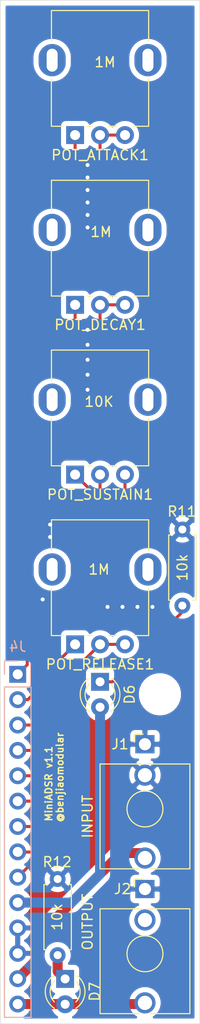
<source format=kicad_pcb>
(kicad_pcb (version 20171130) (host pcbnew 5.1.9+dfsg1-1~bpo10+1)

  (general
    (thickness 1.6)
    (drawings 22)
    (tracks 86)
    (zones 0)
    (modules 12)
    (nets 16)
  )

  (page A4)
  (layers
    (0 F.Cu signal)
    (31 B.Cu signal)
    (32 B.Adhes user hide)
    (33 F.Adhes user hide)
    (34 B.Paste user hide)
    (35 F.Paste user hide)
    (36 B.SilkS user)
    (37 F.SilkS user)
    (38 B.Mask user)
    (39 F.Mask user)
    (40 Dwgs.User user hide)
    (41 Cmts.User user)
    (42 Eco1.User user hide)
    (43 Eco2.User user hide)
    (44 Edge.Cuts user)
    (45 Margin user hide)
    (46 B.CrtYd user)
    (47 F.CrtYd user)
    (48 B.Fab user hide)
    (49 F.Fab user hide)
  )

  (setup
    (last_trace_width 0.3)
    (user_trace_width 0.45)
    (user_trace_width 0.75)
    (user_trace_width 1)
    (trace_clearance 0.2)
    (zone_clearance 0.508)
    (zone_45_only no)
    (trace_min 0.2)
    (via_size 0.8)
    (via_drill 0.4)
    (via_min_size 0.4)
    (via_min_drill 0.3)
    (uvia_size 0.3)
    (uvia_drill 0.1)
    (uvias_allowed no)
    (uvia_min_size 0.2)
    (uvia_min_drill 0.1)
    (edge_width 0.05)
    (segment_width 0.2)
    (pcb_text_width 0.3)
    (pcb_text_size 1.5 1.5)
    (mod_edge_width 0.12)
    (mod_text_size 1 1)
    (mod_text_width 0.15)
    (pad_size 1.524 1.524)
    (pad_drill 0.762)
    (pad_to_mask_clearance 0)
    (aux_axis_origin 0 0)
    (visible_elements FFFFFF7F)
    (pcbplotparams
      (layerselection 0x010fc_ffffffff)
      (usegerberextensions false)
      (usegerberattributes true)
      (usegerberadvancedattributes true)
      (creategerberjobfile true)
      (excludeedgelayer true)
      (linewidth 0.100000)
      (plotframeref false)
      (viasonmask false)
      (mode 1)
      (useauxorigin false)
      (hpglpennumber 1)
      (hpglpenspeed 20)
      (hpglpendiameter 15.000000)
      (psnegative false)
      (psa4output false)
      (plotreference true)
      (plotvalue true)
      (plotinvisibletext false)
      (padsonsilk false)
      (subtractmaskfromsilk false)
      (outputformat 1)
      (mirror false)
      (drillshape 0)
      (scaleselection 1)
      (outputdirectory "MiniADSR 1.1 - Control Board/"))
  )

  (net 0 "")
  (net 1 "Net-(D6-Pad1)")
  (net 2 "Net-(D7-Pad1)")
  (net 3 A_VCC)
  (net 4 A2)
  (net 5 GND1)
  (net 6 A1)
  (net 7 A3)
  (net 8 A4)
  (net 9 A5)
  (net 10 A6)
  (net 11 A7)
  (net 12 A8)
  (net 13 A9)
  (net 14 A10)
  (net 15 A11)

  (net_class Default "This is the default net class."
    (clearance 0.2)
    (trace_width 0.3)
    (via_dia 0.8)
    (via_drill 0.4)
    (uvia_dia 0.3)
    (uvia_drill 0.1)
    (add_net A1)
    (add_net A10)
    (add_net A11)
    (add_net A2)
    (add_net A3)
    (add_net A4)
    (add_net A5)
    (add_net A6)
    (add_net A7)
    (add_net A8)
    (add_net A9)
    (add_net A_VCC)
    (add_net GND1)
    (add_net "Net-(D6-Pad1)")
    (add_net "Net-(D7-Pad1)")
  )

  (module benjiaomodular:Potentiometer_RV09 (layer F.Cu) (tedit 61B03861) (tstamp 61D8E22A)
    (at 99 117.5 90)
    (path /61BFC42F)
    (fp_text reference POT_RELEASE1 (at -2 2.5 180) (layer F.SilkS)
      (effects (font (size 1 1) (thickness 0.15)))
    )
    (fp_text value 1M (at 0 -0.5 90) (layer F.Fab)
      (effects (font (size 1 1) (thickness 0.15)))
    )
    (fp_circle (center 7.5 2.5) (end 7.5 -1) (layer F.Fab) (width 0.1))
    (fp_line (start 1 -2.25) (end 12.35 -2.25) (layer F.Fab) (width 0.1))
    (fp_line (start 1 7.25) (end 1 -2.25) (layer F.Fab) (width 0.1))
    (fp_line (start 0.88 7.37) (end 5.6 7.37) (layer F.SilkS) (width 0.12))
    (fp_line (start 0.88 7.37) (end 0.88 5.88) (layer F.SilkS) (width 0.12))
    (fp_line (start 12.6 -3.91) (end -1.15 -3.91) (layer F.CrtYd) (width 0.05))
    (fp_line (start 0.88 4.16) (end 0.88 3.33) (layer F.SilkS) (width 0.12))
    (fp_line (start -1.15 8.91) (end 12.6 8.91) (layer F.CrtYd) (width 0.05))
    (fp_line (start 0.88 -1.19) (end 0.88 -2.37) (layer F.SilkS) (width 0.12))
    (fp_line (start 12.47 7.37) (end 12.47 -2.37) (layer F.SilkS) (width 0.12))
    (fp_line (start 9.41 7.37) (end 12.47 7.37) (layer F.SilkS) (width 0.12))
    (fp_line (start 0.88 -2.38) (end 5.6 -2.38) (layer F.SilkS) (width 0.12))
    (fp_line (start 9.41 -2.37) (end 12.47 -2.37) (layer F.SilkS) (width 0.12))
    (fp_line (start -1.15 -3.91) (end -1.15 8.91) (layer F.CrtYd) (width 0.05))
    (fp_line (start 12.35 7.25) (end 12.35 -2.25) (layer F.Fab) (width 0.1))
    (fp_line (start 12.6 8.91) (end 12.6 -3.91) (layer F.CrtYd) (width 0.05))
    (fp_line (start 1 7.25) (end 12.35 7.25) (layer F.Fab) (width 0.1))
    (fp_line (start 0.88 1.71) (end 0.88 1.18) (layer F.SilkS) (width 0.12))
    (fp_text user %R (at 2.25 3 180) (layer F.Fab)
      (effects (font (size 1 1) (thickness 0.15)))
    )
    (fp_text user 1M (at 7.5 2.4) (layer F.SilkS)
      (effects (font (size 1 1) (thickness 0.15)))
    )
    (pad 1 thru_hole rect (at 0 0 180) (size 1.8 1.8) (drill 1) (layers *.Cu *.Mask)
      (net 14 A10))
    (pad 3 thru_hole circle (at 0 5 180) (size 1.8 1.8) (drill 1) (layers *.Cu *.Mask)
      (net 15 A11))
    (pad 2 thru_hole circle (at 0 2.5 180) (size 1.8 1.8) (drill 1) (layers *.Cu *.Mask)
      (net 15 A11))
    (pad "" thru_hole oval (at 7.5 7.3 180) (size 2.72 3.24) (drill oval 1.1 2.3) (layers *.Cu *.Mask))
    (pad "" thru_hole oval (at 7.5 -2.3 180) (size 2.72 3.24) (drill oval 1.1 2.3) (layers *.Cu *.Mask))
  )

  (module MountingHole:MountingHole_3.2mm_M3 (layer F.Cu) (tedit 56D1B4CB) (tstamp 61D95958)
    (at 107.5 122.5)
    (descr "Mounting Hole 3.2mm, no annular, M3")
    (tags "mounting hole 3.2mm no annular m3")
    (attr virtual)
    (fp_text reference REF** (at 1.5 -3.9 180) (layer F.SilkS) hide
      (effects (font (size 1 1) (thickness 0.15)))
    )
    (fp_text value MountingHole_3.2mm_M3 (at 0 4.2) (layer F.Fab)
      (effects (font (size 1 1) (thickness 0.15)))
    )
    (fp_circle (center 0 0) (end 3.2 0) (layer Cmts.User) (width 0.15))
    (fp_circle (center 0 0) (end 3.45 0) (layer F.CrtYd) (width 0.05))
    (fp_text user %R (at 0.3 0) (layer F.Fab) hide
      (effects (font (size 1 1) (thickness 0.15)))
    )
    (pad 1 np_thru_hole circle (at 0 0) (size 3.2 3.2) (drill 3.2) (layers *.Cu *.Mask))
  )

  (module benjiaomodular:AudioJack_3.5mm (layer F.Cu) (tedit 61D86605) (tstamp 61D8E301)
    (at 106 127.5)
    (path /61DE2DCA)
    (fp_text reference J1 (at -2.5 0) (layer F.SilkS)
      (effects (font (size 1 1) (thickness 0.15)))
    )
    (fp_text value INPUT (at -5.75 7.25 90) (layer F.SilkS)
      (effects (font (size 1 1) (thickness 0.15)))
    )
    (fp_line (start -1.06 -1) (end -1.06 -0.2) (layer F.SilkS) (width 0.12))
    (fp_circle (center 0 6.48) (end 1.5 6.48) (layer Dwgs.User) (width 0.12))
    (fp_line (start -1.42 6.875) (end 0.4 5.06) (layer Dwgs.User) (width 0.12))
    (fp_line (start 4.5 1.98) (end 4.5 12.48) (layer F.SilkS) (width 0.12))
    (fp_line (start -4.5 12.48) (end -4.5 2.08) (layer F.Fab) (width 0.1))
    (fp_line (start -0.58 7.83) (end 1.36 5.89) (layer Dwgs.User) (width 0.12))
    (fp_line (start 4.5 1.98) (end 0.35 1.98) (layer F.SilkS) (width 0.12))
    (fp_line (start 0.09 7.96) (end 1.48 6.57) (layer Dwgs.User) (width 0.12))
    (fp_line (start -0.35 1.98) (end -4.5 1.98) (layer F.SilkS) (width 0.12))
    (fp_line (start 5 12.98) (end 5 -1.42) (layer F.CrtYd) (width 0.05))
    (fp_circle (center 0 6.48) (end 1.8 6.48) (layer F.SilkS) (width 0.12))
    (fp_line (start -4.5 1.98) (end -4.5 12.48) (layer F.SilkS) (width 0.12))
    (fp_line (start 4.5 12.48) (end 0.5 12.48) (layer F.SilkS) (width 0.12))
    (fp_line (start -1.41 6.02) (end -0.46 5.07) (layer Dwgs.User) (width 0.12))
    (fp_line (start -0.5 12.48) (end -4.5 12.48) (layer F.SilkS) (width 0.12))
    (fp_line (start -1.06 -1) (end -0.2 -1) (layer F.SilkS) (width 0.12))
    (fp_line (start -1.07 7.49) (end 1.01 5.41) (layer Dwgs.User) (width 0.12))
    (fp_line (start -5 12.98) (end -5 -1.42) (layer F.CrtYd) (width 0.05))
    (fp_line (start 4.5 12.48) (end 4.5 2.08) (layer F.Fab) (width 0.1))
    (fp_line (start 4.5 12.48) (end -4.5 12.48) (layer F.Fab) (width 0.1))
    (fp_line (start 4.5 2.03) (end -4.5 2.03) (layer F.Fab) (width 0.1))
    (fp_circle (center 0 6.48) (end 1.8 6.48) (layer F.Fab) (width 0.1))
    (fp_line (start 0 0) (end 0 2.03) (layer F.Fab) (width 0.1))
    (fp_line (start 5 12.98) (end -5 12.98) (layer F.CrtYd) (width 0.05))
    (fp_line (start 5 -1.42) (end -5 -1.42) (layer F.CrtYd) (width 0.05))
    (fp_text user KEEPOUT (at 0 6.48) (layer Cmts.User)
      (effects (font (size 0.4 0.4) (thickness 0.051)))
    )
    (fp_text user %R (at 0 8 180) (layer F.Fab)
      (effects (font (size 1 1) (thickness 0.15)))
    )
    (pad S thru_hole rect (at 0 0 180) (size 1.93 1.83) (drill 1.22) (layers *.Cu *.Mask)
      (net 5 GND1))
    (pad TN thru_hole circle (at 0 3.1 180) (size 2.13 2.13) (drill 1.42) (layers *.Cu *.Mask)
      (net 5 GND1))
    (pad T thru_hole circle (at 0 11.4 180) (size 2.13 2.13) (drill 1.43) (layers *.Cu *.Mask)
      (net 6 A1))
  )

  (module Resistor_THT:R_Axial_DIN0207_L6.3mm_D2.5mm_P7.62mm_Horizontal (layer F.Cu) (tedit 5AE5139B) (tstamp 61D8D29E)
    (at 97.25 141 270)
    (descr "Resistor, Axial_DIN0207 series, Axial, Horizontal, pin pitch=7.62mm, 0.25W = 1/4W, length*diameter=6.3*2.5mm^2, http://cdn-reichelt.de/documents/datenblatt/B400/1_4W%23YAG.pdf")
    (tags "Resistor Axial_DIN0207 series Axial Horizontal pin pitch 7.62mm 0.25W = 1/4W length 6.3mm diameter 2.5mm")
    (path /61DA0801)
    (fp_text reference R12 (at -1.7 0.05 180) (layer F.SilkS)
      (effects (font (size 1 1) (thickness 0.15)))
    )
    (fp_text value 10k (at 3.8 0.05 90) (layer F.SilkS)
      (effects (font (size 1 1) (thickness 0.15)))
    )
    (fp_line (start 8.67 -1.5) (end -1.05 -1.5) (layer F.CrtYd) (width 0.05))
    (fp_line (start 8.67 1.5) (end 8.67 -1.5) (layer F.CrtYd) (width 0.05))
    (fp_line (start -1.05 1.5) (end 8.67 1.5) (layer F.CrtYd) (width 0.05))
    (fp_line (start -1.05 -1.5) (end -1.05 1.5) (layer F.CrtYd) (width 0.05))
    (fp_line (start 7.08 1.37) (end 7.08 1.04) (layer F.SilkS) (width 0.12))
    (fp_line (start 0.54 1.37) (end 7.08 1.37) (layer F.SilkS) (width 0.12))
    (fp_line (start 0.54 1.04) (end 0.54 1.37) (layer F.SilkS) (width 0.12))
    (fp_line (start 7.08 -1.37) (end 7.08 -1.04) (layer F.SilkS) (width 0.12))
    (fp_line (start 0.54 -1.37) (end 7.08 -1.37) (layer F.SilkS) (width 0.12))
    (fp_line (start 0.54 -1.04) (end 0.54 -1.37) (layer F.SilkS) (width 0.12))
    (fp_line (start 7.62 0) (end 6.96 0) (layer F.Fab) (width 0.1))
    (fp_line (start 0 0) (end 0.66 0) (layer F.Fab) (width 0.1))
    (fp_line (start 6.96 -1.25) (end 0.66 -1.25) (layer F.Fab) (width 0.1))
    (fp_line (start 6.96 1.25) (end 6.96 -1.25) (layer F.Fab) (width 0.1))
    (fp_line (start 0.66 1.25) (end 6.96 1.25) (layer F.Fab) (width 0.1))
    (fp_line (start 0.66 -1.25) (end 0.66 1.25) (layer F.Fab) (width 0.1))
    (fp_text user %R (at -1.7 0.05 180) (layer F.Fab)
      (effects (font (size 1 1) (thickness 0.15)))
    )
    (pad 1 thru_hole circle (at 0 0 270) (size 1.6 1.6) (drill 0.8) (layers *.Cu *.Mask)
      (net 5 GND1))
    (pad 2 thru_hole oval (at 7.62 0 270) (size 1.6 1.6) (drill 0.8) (layers *.Cu *.Mask)
      (net 2 "Net-(D7-Pad1)"))
    (model ${KISYS3DMOD}/Resistor_THT.3dshapes/R_Axial_DIN0207_L6.3mm_D2.5mm_P7.62mm_Horizontal.wrl
      (at (xyz 0 0 0))
      (scale (xyz 1 1 1))
      (rotate (xyz 0 0 0))
    )
  )

  (module Resistor_THT:R_Axial_DIN0207_L6.3mm_D2.5mm_P7.62mm_Horizontal (layer F.Cu) (tedit 5AE5139B) (tstamp 61D8D287)
    (at 109.75 106 270)
    (descr "Resistor, Axial_DIN0207 series, Axial, Horizontal, pin pitch=7.62mm, 0.25W = 1/4W, length*diameter=6.3*2.5mm^2, http://cdn-reichelt.de/documents/datenblatt/B400/1_4W%23YAG.pdf")
    (tags "Resistor Axial_DIN0207 series Axial Horizontal pin pitch 7.62mm 0.25W = 1/4W length 6.3mm diameter 2.5mm")
    (path /61DAA324)
    (fp_text reference R11 (at -1.8 0.05 180) (layer F.SilkS)
      (effects (font (size 1 1) (thickness 0.15)))
    )
    (fp_text value 10k (at 3.81 0 90) (layer F.SilkS)
      (effects (font (size 1 1) (thickness 0.15)))
    )
    (fp_line (start 0.66 -1.25) (end 0.66 1.25) (layer F.Fab) (width 0.1))
    (fp_line (start 0.66 1.25) (end 6.96 1.25) (layer F.Fab) (width 0.1))
    (fp_line (start 6.96 1.25) (end 6.96 -1.25) (layer F.Fab) (width 0.1))
    (fp_line (start 6.96 -1.25) (end 0.66 -1.25) (layer F.Fab) (width 0.1))
    (fp_line (start 0 0) (end 0.66 0) (layer F.Fab) (width 0.1))
    (fp_line (start 7.62 0) (end 6.96 0) (layer F.Fab) (width 0.1))
    (fp_line (start 0.54 -1.04) (end 0.54 -1.37) (layer F.SilkS) (width 0.12))
    (fp_line (start 0.54 -1.37) (end 7.08 -1.37) (layer F.SilkS) (width 0.12))
    (fp_line (start 7.08 -1.37) (end 7.08 -1.04) (layer F.SilkS) (width 0.12))
    (fp_line (start 0.54 1.04) (end 0.54 1.37) (layer F.SilkS) (width 0.12))
    (fp_line (start 0.54 1.37) (end 7.08 1.37) (layer F.SilkS) (width 0.12))
    (fp_line (start 7.08 1.37) (end 7.08 1.04) (layer F.SilkS) (width 0.12))
    (fp_line (start -1.05 -1.5) (end -1.05 1.5) (layer F.CrtYd) (width 0.05))
    (fp_line (start -1.05 1.5) (end 8.67 1.5) (layer F.CrtYd) (width 0.05))
    (fp_line (start 8.67 1.5) (end 8.67 -1.5) (layer F.CrtYd) (width 0.05))
    (fp_line (start 8.67 -1.5) (end -1.05 -1.5) (layer F.CrtYd) (width 0.05))
    (fp_text user %R (at -1.8 0.05 180) (layer F.Fab)
      (effects (font (size 1 1) (thickness 0.15)))
    )
    (pad 2 thru_hole oval (at 7.62 0 270) (size 1.6 1.6) (drill 0.8) (layers *.Cu *.Mask)
      (net 1 "Net-(D6-Pad1)"))
    (pad 1 thru_hole circle (at 0 0 270) (size 1.6 1.6) (drill 0.8) (layers *.Cu *.Mask)
      (net 5 GND1))
    (model ${KISYS3DMOD}/Resistor_THT.3dshapes/R_Axial_DIN0207_L6.3mm_D2.5mm_P7.62mm_Horizontal.wrl
      (at (xyz 0 0 0))
      (scale (xyz 1 1 1))
      (rotate (xyz 0 0 0))
    )
  )

  (module benjiaomodular:Potentiometer_RV09 (layer F.Cu) (tedit 61B03861) (tstamp 61D919F6)
    (at 99 66.5 90)
    (path /61BFD401)
    (fp_text reference POT_ATTACK1 (at -2 2.5 180) (layer F.SilkS)
      (effects (font (size 1 1) (thickness 0.15)))
    )
    (fp_text value 1M (at 0 -0.5 90) (layer F.Fab)
      (effects (font (size 1 1) (thickness 0.15)))
    )
    (fp_line (start 0.88 1.71) (end 0.88 1.18) (layer F.SilkS) (width 0.12))
    (fp_line (start 1 7.25) (end 12.35 7.25) (layer F.Fab) (width 0.1))
    (fp_line (start 12.6 8.91) (end 12.6 -3.91) (layer F.CrtYd) (width 0.05))
    (fp_line (start 12.35 7.25) (end 12.35 -2.25) (layer F.Fab) (width 0.1))
    (fp_line (start -1.15 -3.91) (end -1.15 8.91) (layer F.CrtYd) (width 0.05))
    (fp_line (start 9.41 -2.37) (end 12.47 -2.37) (layer F.SilkS) (width 0.12))
    (fp_line (start 0.88 -2.38) (end 5.6 -2.38) (layer F.SilkS) (width 0.12))
    (fp_line (start 9.41 7.37) (end 12.47 7.37) (layer F.SilkS) (width 0.12))
    (fp_line (start 12.47 7.37) (end 12.47 -2.37) (layer F.SilkS) (width 0.12))
    (fp_line (start 0.88 -1.19) (end 0.88 -2.37) (layer F.SilkS) (width 0.12))
    (fp_line (start -1.15 8.91) (end 12.6 8.91) (layer F.CrtYd) (width 0.05))
    (fp_line (start 0.88 4.16) (end 0.88 3.33) (layer F.SilkS) (width 0.12))
    (fp_line (start 12.6 -3.91) (end -1.15 -3.91) (layer F.CrtYd) (width 0.05))
    (fp_line (start 0.88 7.37) (end 0.88 5.88) (layer F.SilkS) (width 0.12))
    (fp_line (start 0.88 7.37) (end 5.6 7.37) (layer F.SilkS) (width 0.12))
    (fp_line (start 1 7.25) (end 1 -2.25) (layer F.Fab) (width 0.1))
    (fp_line (start 1 -2.25) (end 12.35 -2.25) (layer F.Fab) (width 0.1))
    (fp_circle (center 7.5 2.5) (end 7.5 -1) (layer F.Fab) (width 0.1))
    (fp_text user 1M (at 7.3 3) (layer F.SilkS)
      (effects (font (size 1 1) (thickness 0.15)))
    )
    (fp_text user %R (at 7.62 2.54 90) (layer F.Fab)
      (effects (font (size 1 1) (thickness 0.15)))
    )
    (pad "" thru_hole oval (at 7.5 -2.3 180) (size 2.72 3.24) (drill oval 1.1 2.3) (layers *.Cu *.Mask))
    (pad "" thru_hole oval (at 7.5 7.3 180) (size 2.72 3.24) (drill oval 1.1 2.3) (layers *.Cu *.Mask))
    (pad 2 thru_hole circle (at 0 2.5 180) (size 1.8 1.8) (drill 1) (layers *.Cu *.Mask)
      (net 8 A4))
    (pad 3 thru_hole circle (at 0 5 180) (size 1.8 1.8) (drill 1) (layers *.Cu *.Mask)
      (net 8 A4))
    (pad 1 thru_hole rect (at 0 0 180) (size 1.8 1.8) (drill 1) (layers *.Cu *.Mask)
      (net 7 A3))
  )

  (module benjiaomodular:Potentiometer_RV09 (layer F.Cu) (tedit 61B03861) (tstamp 61D91A13)
    (at 99 83.5 90)
    (path /61CD07DC)
    (fp_text reference POT_DECAY1 (at -2 2.5 180) (layer F.SilkS)
      (effects (font (size 1 1) (thickness 0.15)))
    )
    (fp_text value 1M (at 0 -0.5 90) (layer F.Fab)
      (effects (font (size 1 1) (thickness 0.15)))
    )
    (fp_line (start 0.88 1.71) (end 0.88 1.18) (layer F.SilkS) (width 0.12))
    (fp_line (start 1 7.25) (end 12.35 7.25) (layer F.Fab) (width 0.1))
    (fp_line (start 12.6 8.91) (end 12.6 -3.91) (layer F.CrtYd) (width 0.05))
    (fp_line (start 12.35 7.25) (end 12.35 -2.25) (layer F.Fab) (width 0.1))
    (fp_line (start -1.15 -3.91) (end -1.15 8.91) (layer F.CrtYd) (width 0.05))
    (fp_line (start 9.41 -2.37) (end 12.47 -2.37) (layer F.SilkS) (width 0.12))
    (fp_line (start 0.88 -2.38) (end 5.6 -2.38) (layer F.SilkS) (width 0.12))
    (fp_line (start 9.41 7.37) (end 12.47 7.37) (layer F.SilkS) (width 0.12))
    (fp_line (start 12.47 7.37) (end 12.47 -2.37) (layer F.SilkS) (width 0.12))
    (fp_line (start 0.88 -1.19) (end 0.88 -2.37) (layer F.SilkS) (width 0.12))
    (fp_line (start -1.15 8.91) (end 12.6 8.91) (layer F.CrtYd) (width 0.05))
    (fp_line (start 0.88 4.16) (end 0.88 3.33) (layer F.SilkS) (width 0.12))
    (fp_line (start 12.6 -3.91) (end -1.15 -3.91) (layer F.CrtYd) (width 0.05))
    (fp_line (start 0.88 7.37) (end 0.88 5.88) (layer F.SilkS) (width 0.12))
    (fp_line (start 0.88 7.37) (end 5.6 7.37) (layer F.SilkS) (width 0.12))
    (fp_line (start 1 7.25) (end 1 -2.25) (layer F.Fab) (width 0.1))
    (fp_line (start 1 -2.25) (end 12.35 -2.25) (layer F.Fab) (width 0.1))
    (fp_circle (center 7.5 2.5) (end 7.5 -1) (layer F.Fab) (width 0.1))
    (fp_text user 1M (at 7.3 2.6) (layer F.SilkS)
      (effects (font (size 1 1) (thickness 0.15)))
    )
    (fp_text user %R (at 7.62 2.54 90) (layer F.Fab)
      (effects (font (size 1 1) (thickness 0.15)))
    )
    (pad "" thru_hole oval (at 7.5 -2.3 180) (size 2.72 3.24) (drill oval 1.1 2.3) (layers *.Cu *.Mask))
    (pad "" thru_hole oval (at 7.5 7.3 180) (size 2.72 3.24) (drill oval 1.1 2.3) (layers *.Cu *.Mask))
    (pad 2 thru_hole circle (at 0 2.5 180) (size 1.8 1.8) (drill 1) (layers *.Cu *.Mask)
      (net 10 A6))
    (pad 3 thru_hole circle (at 0 5 180) (size 1.8 1.8) (drill 1) (layers *.Cu *.Mask)
      (net 10 A6))
    (pad 1 thru_hole rect (at 0 0 180) (size 1.8 1.8) (drill 1) (layers *.Cu *.Mask)
      (net 9 A5))
  )

  (module benjiaomodular:Potentiometer_RV09 (layer F.Cu) (tedit 61B03861) (tstamp 61D91A4D)
    (at 99 100.5 90)
    (path /61C7CF01)
    (fp_text reference POT_SUSTAIN1 (at -2 2.5 180) (layer F.SilkS)
      (effects (font (size 1 1) (thickness 0.15)))
    )
    (fp_text value 10k (at 0 -0.5 90) (layer F.Fab)
      (effects (font (size 1 1) (thickness 0.15)))
    )
    (fp_circle (center 7.5 2.5) (end 7.5 -1) (layer F.Fab) (width 0.1))
    (fp_line (start 1 -2.25) (end 12.35 -2.25) (layer F.Fab) (width 0.1))
    (fp_line (start 1 7.25) (end 1 -2.25) (layer F.Fab) (width 0.1))
    (fp_line (start 0.88 7.37) (end 5.6 7.37) (layer F.SilkS) (width 0.12))
    (fp_line (start 0.88 7.37) (end 0.88 5.88) (layer F.SilkS) (width 0.12))
    (fp_line (start 12.6 -3.91) (end -1.15 -3.91) (layer F.CrtYd) (width 0.05))
    (fp_line (start 0.88 4.16) (end 0.88 3.33) (layer F.SilkS) (width 0.12))
    (fp_line (start -1.15 8.91) (end 12.6 8.91) (layer F.CrtYd) (width 0.05))
    (fp_line (start 0.88 -1.19) (end 0.88 -2.37) (layer F.SilkS) (width 0.12))
    (fp_line (start 12.47 7.37) (end 12.47 -2.37) (layer F.SilkS) (width 0.12))
    (fp_line (start 9.41 7.37) (end 12.47 7.37) (layer F.SilkS) (width 0.12))
    (fp_line (start 0.88 -2.38) (end 5.6 -2.38) (layer F.SilkS) (width 0.12))
    (fp_line (start 9.41 -2.37) (end 12.47 -2.37) (layer F.SilkS) (width 0.12))
    (fp_line (start -1.15 -3.91) (end -1.15 8.91) (layer F.CrtYd) (width 0.05))
    (fp_line (start 12.35 7.25) (end 12.35 -2.25) (layer F.Fab) (width 0.1))
    (fp_line (start 12.6 8.91) (end 12.6 -3.91) (layer F.CrtYd) (width 0.05))
    (fp_line (start 1 7.25) (end 12.35 7.25) (layer F.Fab) (width 0.1))
    (fp_line (start 0.88 1.71) (end 0.88 1.18) (layer F.SilkS) (width 0.12))
    (fp_text user %R (at 7.62 2.54 90) (layer F.Fab)
      (effects (font (size 1 1) (thickness 0.15)))
    )
    (fp_text user 10K (at 7.3 2.4) (layer F.SilkS)
      (effects (font (size 1 1) (thickness 0.15)))
    )
    (pad 1 thru_hole rect (at 0 0 180) (size 1.8 1.8) (drill 1) (layers *.Cu *.Mask)
      (net 11 A7))
    (pad 3 thru_hole circle (at 0 5 180) (size 1.8 1.8) (drill 1) (layers *.Cu *.Mask)
      (net 13 A9))
    (pad 2 thru_hole circle (at 0 2.5 180) (size 1.8 1.8) (drill 1) (layers *.Cu *.Mask)
      (net 12 A8))
    (pad "" thru_hole oval (at 7.5 7.3 180) (size 2.72 3.24) (drill oval 1.1 2.3) (layers *.Cu *.Mask))
    (pad "" thru_hole oval (at 7.5 -2.3 180) (size 2.72 3.24) (drill oval 1.1 2.3) (layers *.Cu *.Mask))
  )

  (module LED_THT:LED_D3.0mm (layer F.Cu) (tedit 587A3A7B) (tstamp 61D8D25D)
    (at 101.5 121.25 270)
    (descr "LED, diameter 3.0mm, 2 pins")
    (tags "LED diameter 3.0mm 2 pins")
    (path /61DAAC25)
    (fp_text reference D6 (at 1.27 -2.96 90) (layer F.SilkS)
      (effects (font (size 1 1) (thickness 0.15)))
    )
    (fp_text value PWR_LED (at -2 0 180) (layer F.Fab)
      (effects (font (size 1 1) (thickness 0.15)))
    )
    (fp_circle (center 1.27 0) (end 2.77 0) (layer F.Fab) (width 0.1))
    (fp_line (start -0.23 -1.16619) (end -0.23 1.16619) (layer F.Fab) (width 0.1))
    (fp_line (start -0.29 -1.236) (end -0.29 -1.08) (layer F.SilkS) (width 0.12))
    (fp_line (start -0.29 1.08) (end -0.29 1.236) (layer F.SilkS) (width 0.12))
    (fp_line (start -1.15 -2.25) (end -1.15 2.25) (layer F.CrtYd) (width 0.05))
    (fp_line (start -1.15 2.25) (end 3.7 2.25) (layer F.CrtYd) (width 0.05))
    (fp_line (start 3.7 2.25) (end 3.7 -2.25) (layer F.CrtYd) (width 0.05))
    (fp_line (start 3.7 -2.25) (end -1.15 -2.25) (layer F.CrtYd) (width 0.05))
    (fp_arc (start 1.27 0) (end 0.229039 1.08) (angle -87.9) (layer F.SilkS) (width 0.12))
    (fp_arc (start 1.27 0) (end 0.229039 -1.08) (angle 87.9) (layer F.SilkS) (width 0.12))
    (fp_arc (start 1.27 0) (end -0.29 1.235516) (angle -108.8) (layer F.SilkS) (width 0.12))
    (fp_arc (start 1.27 0) (end -0.29 -1.235516) (angle 108.8) (layer F.SilkS) (width 0.12))
    (fp_arc (start 1.27 0) (end -0.23 -1.16619) (angle 284.3) (layer F.Fab) (width 0.1))
    (pad 2 thru_hole circle (at 2.54 0 270) (size 1.8 1.8) (drill 0.9) (layers *.Cu *.Mask)
      (net 3 A_VCC))
    (pad 1 thru_hole rect (at 0 0 270) (size 1.8 1.8) (drill 0.9) (layers *.Cu *.Mask)
      (net 1 "Net-(D6-Pad1)"))
    (model ${KISYS3DMOD}/LED_THT.3dshapes/LED_D3.0mm.wrl
      (at (xyz 0 0 0))
      (scale (xyz 1 1 1))
      (rotate (xyz 0 0 0))
    )
  )

  (module LED_THT:LED_D3.0mm (layer F.Cu) (tedit 587A3A7B) (tstamp 61D94327)
    (at 98 151 270)
    (descr "LED, diameter 3.0mm, 2 pins")
    (tags "LED diameter 3.0mm 2 pins")
    (path /61D9041E)
    (fp_text reference D7 (at 1.27 -2.96 90) (layer F.SilkS)
      (effects (font (size 1 1) (thickness 0.15)))
    )
    (fp_text value OUTPUT_LED (at 4.5 0 180) (layer F.Fab)
      (effects (font (size 1 1) (thickness 0.15)))
    )
    (fp_line (start 3.7 -2.25) (end -1.15 -2.25) (layer F.CrtYd) (width 0.05))
    (fp_line (start 3.7 2.25) (end 3.7 -2.25) (layer F.CrtYd) (width 0.05))
    (fp_line (start -1.15 2.25) (end 3.7 2.25) (layer F.CrtYd) (width 0.05))
    (fp_line (start -1.15 -2.25) (end -1.15 2.25) (layer F.CrtYd) (width 0.05))
    (fp_line (start -0.29 1.08) (end -0.29 1.236) (layer F.SilkS) (width 0.12))
    (fp_line (start -0.29 -1.236) (end -0.29 -1.08) (layer F.SilkS) (width 0.12))
    (fp_line (start -0.23 -1.16619) (end -0.23 1.16619) (layer F.Fab) (width 0.1))
    (fp_circle (center 1.27 0) (end 2.77 0) (layer F.Fab) (width 0.1))
    (fp_arc (start 1.27 0) (end -0.23 -1.16619) (angle 284.3) (layer F.Fab) (width 0.1))
    (fp_arc (start 1.27 0) (end -0.29 -1.235516) (angle 108.8) (layer F.SilkS) (width 0.12))
    (fp_arc (start 1.27 0) (end -0.29 1.235516) (angle -108.8) (layer F.SilkS) (width 0.12))
    (fp_arc (start 1.27 0) (end 0.229039 -1.08) (angle 87.9) (layer F.SilkS) (width 0.12))
    (fp_arc (start 1.27 0) (end 0.229039 1.08) (angle -87.9) (layer F.SilkS) (width 0.12))
    (pad 1 thru_hole rect (at 0 0 270) (size 1.8 1.8) (drill 0.9) (layers *.Cu *.Mask)
      (net 2 "Net-(D7-Pad1)"))
    (pad 2 thru_hole circle (at 2.54 0 270) (size 1.8 1.8) (drill 0.9) (layers *.Cu *.Mask)
      (net 4 A2))
    (model ${KISYS3DMOD}/LED_THT.3dshapes/LED_D3.0mm.wrl
      (at (xyz 0 0 0))
      (scale (xyz 1 1 1))
      (rotate (xyz 0 0 0))
    )
  )

  (module benjiaomodular:AudioJack_3.5mm (layer F.Cu) (tedit 61D86605) (tstamp 61D8D707)
    (at 106 142)
    (path /61DE60D7)
    (fp_text reference J2 (at -2.25 0) (layer F.SilkS)
      (effects (font (size 1 1) (thickness 0.15)))
    )
    (fp_text value OUTPUT (at -5.75 3.3 90) (layer F.SilkS)
      (effects (font (size 1 1) (thickness 0.15)))
    )
    (fp_line (start -1.06 -1) (end -1.06 -0.2) (layer F.SilkS) (width 0.12))
    (fp_circle (center 0 6.48) (end 1.5 6.48) (layer Dwgs.User) (width 0.12))
    (fp_line (start -1.42 6.875) (end 0.4 5.06) (layer Dwgs.User) (width 0.12))
    (fp_line (start 4.5 1.98) (end 4.5 12.48) (layer F.SilkS) (width 0.12))
    (fp_line (start -4.5 12.48) (end -4.5 2.08) (layer F.Fab) (width 0.1))
    (fp_line (start -0.58 7.83) (end 1.36 5.89) (layer Dwgs.User) (width 0.12))
    (fp_line (start 4.5 1.98) (end 0.35 1.98) (layer F.SilkS) (width 0.12))
    (fp_line (start 0.09 7.96) (end 1.48 6.57) (layer Dwgs.User) (width 0.12))
    (fp_line (start -0.35 1.98) (end -4.5 1.98) (layer F.SilkS) (width 0.12))
    (fp_line (start 5 12.98) (end 5 -1.42) (layer F.CrtYd) (width 0.05))
    (fp_circle (center 0 6.48) (end 1.8 6.48) (layer F.SilkS) (width 0.12))
    (fp_line (start -4.5 1.98) (end -4.5 12.48) (layer F.SilkS) (width 0.12))
    (fp_line (start 4.5 12.48) (end 0.5 12.48) (layer F.SilkS) (width 0.12))
    (fp_line (start -1.41 6.02) (end -0.46 5.07) (layer Dwgs.User) (width 0.12))
    (fp_line (start -0.5 12.48) (end -4.5 12.48) (layer F.SilkS) (width 0.12))
    (fp_line (start -1.06 -1) (end -0.2 -1) (layer F.SilkS) (width 0.12))
    (fp_line (start -1.07 7.49) (end 1.01 5.41) (layer Dwgs.User) (width 0.12))
    (fp_line (start -5 12.98) (end -5 -1.42) (layer F.CrtYd) (width 0.05))
    (fp_line (start 4.5 12.48) (end 4.5 2.08) (layer F.Fab) (width 0.1))
    (fp_line (start 4.5 12.48) (end -4.5 12.48) (layer F.Fab) (width 0.1))
    (fp_line (start 4.5 2.03) (end -4.5 2.03) (layer F.Fab) (width 0.1))
    (fp_circle (center 0 6.48) (end 1.8 6.48) (layer F.Fab) (width 0.1))
    (fp_line (start 0 0) (end 0 2.03) (layer F.Fab) (width 0.1))
    (fp_line (start 5 12.98) (end -5 12.98) (layer F.CrtYd) (width 0.05))
    (fp_line (start 5 -1.42) (end -5 -1.42) (layer F.CrtYd) (width 0.05))
    (fp_text user KEEPOUT (at 0 6.48) (layer Cmts.User)
      (effects (font (size 0.4 0.4) (thickness 0.051)))
    )
    (fp_text user %R (at 0 8 180) (layer F.Fab)
      (effects (font (size 1 1) (thickness 0.15)))
    )
    (pad S thru_hole rect (at 0 0 180) (size 1.93 1.83) (drill 1.22) (layers *.Cu *.Mask)
      (net 5 GND1))
    (pad TN thru_hole circle (at 0 3.1 180) (size 2.13 2.13) (drill 1.42) (layers *.Cu *.Mask))
    (pad T thru_hole circle (at 0 11.4 180) (size 2.13 2.13) (drill 1.43) (layers *.Cu *.Mask)
      (net 4 A2))
  )

  (module Connector_PinSocket_2.54mm:PinSocket_1x14_P2.54mm_Vertical (layer B.Cu) (tedit 5A19A434) (tstamp 61D929F8)
    (at 93.25 120.5 180)
    (descr "Through hole straight socket strip, 1x14, 2.54mm pitch, single row (from Kicad 4.0.7), script generated")
    (tags "Through hole socket strip THT 1x14 2.54mm single row")
    (path /620E7CE2)
    (fp_text reference J4 (at 0 2.77) (layer B.SilkS)
      (effects (font (size 1 1) (thickness 0.15)) (justify mirror))
    )
    (fp_text value ControlBoard_Pins (at 0 -35.79) (layer B.Fab)
      (effects (font (size 1 1) (thickness 0.15)) (justify mirror))
    )
    (fp_line (start -1.8 -34.8) (end -1.8 1.8) (layer B.CrtYd) (width 0.05))
    (fp_line (start 1.75 -34.8) (end -1.8 -34.8) (layer B.CrtYd) (width 0.05))
    (fp_line (start 1.75 1.8) (end 1.75 -34.8) (layer B.CrtYd) (width 0.05))
    (fp_line (start -1.8 1.8) (end 1.75 1.8) (layer B.CrtYd) (width 0.05))
    (fp_line (start 0 1.33) (end 1.33 1.33) (layer B.SilkS) (width 0.12))
    (fp_line (start 1.33 1.33) (end 1.33 0) (layer B.SilkS) (width 0.12))
    (fp_line (start 1.33 -1.27) (end 1.33 -34.35) (layer B.SilkS) (width 0.12))
    (fp_line (start -1.33 -34.35) (end 1.33 -34.35) (layer B.SilkS) (width 0.12))
    (fp_line (start -1.33 -1.27) (end -1.33 -34.35) (layer B.SilkS) (width 0.12))
    (fp_line (start -1.33 -1.27) (end 1.33 -1.27) (layer B.SilkS) (width 0.12))
    (fp_line (start -1.27 -34.29) (end -1.27 1.27) (layer B.Fab) (width 0.1))
    (fp_line (start 1.27 -34.29) (end -1.27 -34.29) (layer B.Fab) (width 0.1))
    (fp_line (start 1.27 0.635) (end 1.27 -34.29) (layer B.Fab) (width 0.1))
    (fp_line (start 0.635 1.27) (end 1.27 0.635) (layer B.Fab) (width 0.1))
    (fp_line (start -1.27 1.27) (end 0.635 1.27) (layer B.Fab) (width 0.1))
    (fp_text user %R (at 0 -16.51 270) (layer B.Fab)
      (effects (font (size 1 1) (thickness 0.15)) (justify mirror))
    )
    (pad 1 thru_hole rect (at 0 0 180) (size 1.7 1.7) (drill 1) (layers *.Cu *.Mask)
      (net 7 A3))
    (pad 2 thru_hole oval (at 0 -2.54 180) (size 1.7 1.7) (drill 1) (layers *.Cu *.Mask)
      (net 8 A4))
    (pad 3 thru_hole oval (at 0 -5.08 180) (size 1.7 1.7) (drill 1) (layers *.Cu *.Mask)
      (net 9 A5))
    (pad 4 thru_hole oval (at 0 -7.62 180) (size 1.7 1.7) (drill 1) (layers *.Cu *.Mask)
      (net 10 A6))
    (pad 5 thru_hole oval (at 0 -10.16 180) (size 1.7 1.7) (drill 1) (layers *.Cu *.Mask)
      (net 11 A7))
    (pad 6 thru_hole oval (at 0 -12.7 180) (size 1.7 1.7) (drill 1) (layers *.Cu *.Mask)
      (net 12 A8))
    (pad 7 thru_hole oval (at 0 -15.24 180) (size 1.7 1.7) (drill 1) (layers *.Cu *.Mask)
      (net 13 A9))
    (pad 8 thru_hole oval (at 0 -17.78 180) (size 1.7 1.7) (drill 1) (layers *.Cu *.Mask)
      (net 14 A10))
    (pad 9 thru_hole oval (at 0 -20.32 180) (size 1.7 1.7) (drill 1) (layers *.Cu *.Mask)
      (net 15 A11))
    (pad 10 thru_hole oval (at 0 -22.86 180) (size 1.7 1.7) (drill 1) (layers *.Cu *.Mask)
      (net 3 A_VCC))
    (pad 11 thru_hole oval (at 0 -25.4 180) (size 1.7 1.7) (drill 1) (layers *.Cu *.Mask)
      (net 5 GND1))
    (pad 12 thru_hole oval (at 0 -27.94 180) (size 1.7 1.7) (drill 1) (layers *.Cu *.Mask)
      (net 5 GND1))
    (pad 13 thru_hole oval (at 0 -30.48 180) (size 1.7 1.7) (drill 1) (layers *.Cu *.Mask)
      (net 6 A1))
    (pad 14 thru_hole oval (at 0 -33.02 180) (size 1.7 1.7) (drill 1) (layers *.Cu *.Mask)
      (net 4 A2))
    (model ${KISYS3DMOD}/Connector_PinSocket_2.54mm.3dshapes/PinSocket_1x14_P2.54mm_Vertical.wrl
      (at (xyz 0 0 0))
      (scale (xyz 1 1 1))
      (rotate (xyz 0 0 0))
    )
  )

  (gr_text @benjiaomodular (at 97.47 130.82 90) (layer F.SilkS) (tstamp 61E85382)
    (effects (font (size 0.7 0.7) (thickness 0.15)))
  )
  (gr_text "MiniADSR v1.1" (at 96.36 131.46 90) (layer F.SilkS)
    (effects (font (size 0.7 0.7) (thickness 0.15)))
  )
  (gr_line (start 64.5 148.5) (end 106 148.48) (layer Dwgs.User) (width 0.15))
  (gr_line (start 64.5 134) (end 106 134) (layer Dwgs.User) (width 0.15))
  (gr_line (start 57.5 117.5) (end 99 117.5) (layer Dwgs.User) (width 0.15))
  (gr_line (start 99 100.5) (end 57.5 100.5) (layer Dwgs.User) (width 0.15))
  (gr_line (start 99 66.5) (end 57.5 66.5) (layer Dwgs.User) (width 0.15))
  (gr_line (start 57.5 83.5) (end 99 83.5) (layer Dwgs.User) (width 0.15))
  (gr_line (start 60 76) (end 101.5 76) (layer Dwgs.User) (width 0.15))
  (gr_line (start 107.5 122.5) (end 151 122.5) (layer Dwgs.User) (width 0.15))
  (dimension 10 (width 0.15) (layer Dwgs.User)
    (gr_text "10.000 mm" (at 96.5 119.4) (layer Dwgs.User)
      (effects (font (size 1 1) (thickness 0.15)))
    )
    (feature1 (pts (xy 91.5 122.5) (xy 91.5 120.113579)))
    (feature2 (pts (xy 101.5 122.5) (xy 101.5 120.113579)))
    (crossbar (pts (xy 101.5 120.7) (xy 91.5 120.7)))
    (arrow1a (pts (xy 91.5 120.7) (xy 92.626504 120.113579)))
    (arrow1b (pts (xy 91.5 120.7) (xy 92.626504 121.286421)))
    (arrow2a (pts (xy 101.5 120.7) (xy 100.373496 120.113579)))
    (arrow2b (pts (xy 101.5 120.7) (xy 100.373496 121.286421)))
  )
  (gr_line (start 101.5 122.5) (end 50.1 122.5) (layer Dwgs.User) (width 0.15))
  (gr_line (start 98 152.3) (end 50 152.3) (layer Dwgs.User) (width 0.15))
  (dimension 4 (width 0.15) (layer Dwgs.User)
    (gr_text "4.000 mm" (at 109.5 126.05) (layer Dwgs.User)
      (effects (font (size 1 1) (thickness 0.15)))
    )
    (feature1 (pts (xy 107.5 122.5) (xy 107.5 125.336421)))
    (feature2 (pts (xy 111.5 122.5) (xy 111.5 125.336421)))
    (crossbar (pts (xy 111.5 124.75) (xy 107.5 124.75)))
    (arrow1a (pts (xy 107.5 124.75) (xy 108.626504 124.163579)))
    (arrow1b (pts (xy 107.5 124.75) (xy 108.626504 125.336421)))
    (arrow2a (pts (xy 111.5 124.75) (xy 110.373496 124.163579)))
    (arrow2b (pts (xy 111.5 124.75) (xy 110.373496 125.336421)))
  )
  (dimension 2 (width 0.15) (layer Dwgs.User)
    (gr_text "2.000 mm" (at 86.95 154.5 270) (layer Dwgs.User)
      (effects (font (size 1 1) (thickness 0.15)))
    )
    (feature1 (pts (xy 93.5 155.5) (xy 87.663579 155.5)))
    (feature2 (pts (xy 93.5 153.5) (xy 87.663579 153.5)))
    (crossbar (pts (xy 88.25 153.5) (xy 88.25 155.5)))
    (arrow1a (pts (xy 88.25 155.5) (xy 87.663579 154.373496)))
    (arrow1b (pts (xy 88.25 155.5) (xy 88.836421 154.373496)))
    (arrow2a (pts (xy 88.25 153.5) (xy 87.663579 154.626504)))
    (arrow2b (pts (xy 88.25 153.5) (xy 88.836421 154.626504)))
  )
  (dimension 2 (width 0.15) (layer Dwgs.User)
    (gr_text "2.000 mm" (at 92.5 164.3) (layer Dwgs.User)
      (effects (font (size 1 1) (thickness 0.15)))
    )
    (feature1 (pts (xy 91.5 153.5) (xy 91.5 163.586421)))
    (feature2 (pts (xy 93.5 153.5) (xy 93.5 163.586421)))
    (crossbar (pts (xy 93.5 163) (xy 91.5 163)))
    (arrow1a (pts (xy 91.5 163) (xy 92.626504 162.413579)))
    (arrow1b (pts (xy 91.5 163) (xy 92.626504 163.586421)))
    (arrow2a (pts (xy 93.5 163) (xy 92.373496 162.413579)))
    (arrow2b (pts (xy 93.5 163) (xy 92.373496 163.586421)))
  )
  (dimension 6.5 (width 0.15) (layer Dwgs.User)
    (gr_text "6.500 mm" (at 94.75 159.3) (layer Dwgs.User)
      (effects (font (size 1 1) (thickness 0.15)))
    )
    (feature1 (pts (xy 91.5 153.5) (xy 91.5 158.586421)))
    (feature2 (pts (xy 98 153.5) (xy 98 158.586421)))
    (crossbar (pts (xy 98 158) (xy 91.5 158)))
    (arrow1a (pts (xy 91.5 158) (xy 92.626504 157.413579)))
    (arrow1b (pts (xy 91.5 158) (xy 92.626504 158.586421)))
    (arrow2a (pts (xy 98 158) (xy 96.873496 157.413579)))
    (arrow2b (pts (xy 98 158) (xy 96.873496 158.586421)))
  )
  (gr_line (start 91.5 155.5) (end 91.5 53) (layer Edge.Cuts) (width 0.05) (tstamp 61D8E145))
  (gr_line (start 111.5 155.5) (end 91.5 155.5) (layer Edge.Cuts) (width 0.05))
  (gr_line (start 111.5 53) (end 111.5 155.5) (layer Edge.Cuts) (width 0.05))
  (gr_line (start 91.5 53) (end 111.5 53) (layer Edge.Cuts) (width 0.05))
  (dimension 7.5 (width 0.15) (layer Dwgs.User)
    (gr_text "7.500 mm" (at 95.25 30.2) (layer Dwgs.User)
      (effects (font (size 1 1) (thickness 0.15)))
    )
    (feature1 (pts (xy 91.5 66.5) (xy 91.5 30.913579)))
    (feature2 (pts (xy 99 66.5) (xy 99 30.913579)))
    (crossbar (pts (xy 99 31.5) (xy 91.5 31.5)))
    (arrow1a (pts (xy 91.5 31.5) (xy 92.626504 30.913579)))
    (arrow1b (pts (xy 91.5 31.5) (xy 92.626504 32.086421)))
    (arrow2a (pts (xy 99 31.5) (xy 97.873496 30.913579)))
    (arrow2b (pts (xy 99 31.5) (xy 97.873496 32.086421)))
  )

  (segment (start 109.75 114.25) (end 109.75 113.62) (width 0.3) (layer F.Cu) (net 1) (status 30))
  (segment (start 101.5 121.25) (end 102.75 121.25) (width 0.3) (layer F.Cu) (net 1) (status 10))
  (segment (start 102.75 121.25) (end 109.75 114.25) (width 0.3) (layer F.Cu) (net 1) (status 20))
  (segment (start 97.25 150.25) (end 98 151) (width 1) (layer F.Cu) (net 2) (status 30))
  (segment (start 97.25 148.62) (end 97.25 150.25) (width 1) (layer F.Cu) (net 2) (status 30))
  (segment (start 101.5 123.79) (end 101.5 140.5) (width 1) (layer B.Cu) (net 3) (status 10))
  (segment (start 98.64 143.36) (end 93.25 143.36) (width 1) (layer B.Cu) (net 3) (status 20))
  (segment (start 101.5 140.5) (end 98.64 143.36) (width 1) (layer B.Cu) (net 3))
  (segment (start 105.88 153.52) (end 106 153.4) (width 1) (layer F.Cu) (net 4) (status 30))
  (segment (start 93.25 153.52) (end 105.88 153.52) (width 1) (layer F.Cu) (net 4) (status 30))
  (via (at 100.25 86) (size 0.8) (drill 0.4) (layers F.Cu B.Cu) (net 5))
  (via (at 100.25 87.5) (size 0.8) (drill 0.4) (layers F.Cu B.Cu) (net 5))
  (via (at 100.25 89) (size 0.8) (drill 0.4) (layers F.Cu B.Cu) (net 5))
  (via (at 100.25 90.5) (size 0.8) (drill 0.4) (layers F.Cu B.Cu) (net 5))
  (via (at 100.25 92) (size 0.8) (drill 0.4) (layers F.Cu B.Cu) (net 5))
  (via (at 100.25 69.5) (size 0.8) (drill 0.4) (layers F.Cu B.Cu) (net 5))
  (via (at 100.25 70.75) (size 0.8) (drill 0.4) (layers F.Cu B.Cu) (net 5))
  (via (at 100.25 72) (size 0.8) (drill 0.4) (layers F.Cu B.Cu) (net 5))
  (via (at 100.25 73.25) (size 0.8) (drill 0.4) (layers F.Cu B.Cu) (net 5))
  (via (at 100.25 74.5) (size 0.8) (drill 0.4) (layers F.Cu B.Cu) (net 5))
  (via (at 100.25 75.75) (size 0.8) (drill 0.4) (layers F.Cu B.Cu) (net 5))
  (via (at 96.5 106.75) (size 0.8) (drill 0.4) (layers F.Cu B.Cu) (net 5))
  (via (at 96.5 105.5) (size 0.8) (drill 0.4) (layers F.Cu B.Cu) (net 5))
  (via (at 106.75 113.75) (size 0.8) (drill 0.4) (layers F.Cu B.Cu) (net 5))
  (via (at 105.25 113.75) (size 0.8) (drill 0.4) (layers F.Cu B.Cu) (net 5))
  (via (at 103.75 113.75) (size 0.8) (drill 0.4) (layers F.Cu B.Cu) (net 5))
  (via (at 102.25 113.75) (size 0.8) (drill 0.4) (layers F.Cu B.Cu) (net 5))
  (via (at 95.75 113) (size 0.8) (drill 0.4) (layers F.Cu B.Cu) (net 5))
  (segment (start 103.6 138.4) (end 106 138.4) (width 1) (layer F.Cu) (net 6) (status 20))
  (segment (start 95.25 146.75) (end 103.6 138.4) (width 1) (layer F.Cu) (net 6))
  (segment (start 93.25 150.98) (end 95.25 148.98) (width 1) (layer F.Cu) (net 6) (status 10))
  (segment (start 95.25 148.98) (end 95.25 146.75) (width 1) (layer F.Cu) (net 6))
  (segment (start 94.2 119.55) (end 94.2 83.692878) (width 0.3) (layer F.Cu) (net 7))
  (segment (start 93.25 120.5) (end 94.2 119.55) (width 0.3) (layer F.Cu) (net 7) (status 10))
  (segment (start 99 78.892878) (end 99 66.5) (width 0.3) (layer F.Cu) (net 7) (status 20))
  (segment (start 94.2 83.692878) (end 99 78.892878) (width 0.3) (layer F.Cu) (net 7))
  (segment (start 104 66.5) (end 101.5 66.5) (width 0.3) (layer F.Cu) (net 8) (status 30))
  (segment (start 101.5 77.1) (end 94.7 83.9) (width 0.3) (layer F.Cu) (net 8))
  (segment (start 94.26 123.04) (end 93.25 123.04) (width 0.3) (layer F.Cu) (net 8) (status 20))
  (segment (start 101.5 66.5) (end 101.5 77.1) (width 0.3) (layer F.Cu) (net 8) (status 10))
  (segment (start 94.7 122.6) (end 94.26 123.04) (width 0.3) (layer F.Cu) (net 8))
  (segment (start 94.7 83.9) (end 94.7 122.6) (width 0.3) (layer F.Cu) (net 8))
  (segment (start 99 94.7) (end 99 83.5) (width 0.3) (layer F.Cu) (net 9) (status 20))
  (segment (start 95.25 98.45) (end 99 94.7) (width 0.3) (layer F.Cu) (net 9))
  (segment (start 94.72 125.58) (end 95.2 125.1) (width 0.3) (layer F.Cu) (net 9))
  (segment (start 93.25 125.58) (end 94.72 125.58) (width 0.3) (layer F.Cu) (net 9) (status 10))
  (segment (start 95.25 102.75) (end 95.25 98.45) (width 0.3) (layer F.Cu) (net 9))
  (segment (start 95.2 125.1) (end 95.2 114.878632) (width 0.3) (layer F.Cu) (net 9))
  (segment (start 95.2 114.878632) (end 98.899967 111.178665) (width 0.3) (layer F.Cu) (net 9))
  (segment (start 98.899967 111.178665) (end 98.899967 106.399967) (width 0.3) (layer F.Cu) (net 9))
  (segment (start 98.899967 106.399967) (end 95.25 102.75) (width 0.3) (layer F.Cu) (net 9))
  (segment (start 104 83.5) (end 101.5 83.5) (width 0.3) (layer F.Cu) (net 10) (status 30))
  (segment (start 94.98 128.12) (end 93.25 128.12) (width 0.3) (layer F.Cu) (net 10) (status 20))
  (segment (start 95.700011 127.399989) (end 94.98 128.12) (width 0.3) (layer F.Cu) (net 10))
  (segment (start 95.700011 115.085743) (end 95.700011 127.399989) (width 0.3) (layer F.Cu) (net 10))
  (segment (start 101.5 92.95357) (end 95.8 98.65357) (width 0.3) (layer F.Cu) (net 10))
  (segment (start 95.8 102.55) (end 99.399978 106.149978) (width 0.3) (layer F.Cu) (net 10))
  (segment (start 101.5 83.5) (end 101.5 92.95357) (width 0.3) (layer F.Cu) (net 10) (status 10))
  (segment (start 99.399978 106.149978) (end 99.399978 111.385776) (width 0.3) (layer F.Cu) (net 10))
  (segment (start 99.399978 111.385776) (end 95.700011 115.085743) (width 0.3) (layer F.Cu) (net 10))
  (segment (start 95.8 98.65357) (end 95.8 102.55) (width 0.3) (layer F.Cu) (net 10))
  (segment (start 95.04 130.66) (end 93.25 130.66) (width 0.3) (layer F.Cu) (net 11) (status 20))
  (segment (start 96.200022 129.499978) (end 95.04 130.66) (width 0.3) (layer F.Cu) (net 11))
  (segment (start 96.200022 115.292854) (end 96.200022 129.499978) (width 0.3) (layer F.Cu) (net 11))
  (segment (start 101 110.492876) (end 96.200022 115.292854) (width 0.3) (layer F.Cu) (net 11))
  (segment (start 99 100.5) (end 101 102.5) (width 0.3) (layer F.Cu) (net 11) (status 10))
  (segment (start 101 102.5) (end 101 110.492876) (width 0.3) (layer F.Cu) (net 11))
  (segment (start 95.025 133.2) (end 93.25 133.2) (width 0.3) (layer F.Cu) (net 12) (status 20))
  (segment (start 96.700032 131.524968) (end 95.025 133.2) (width 0.3) (layer F.Cu) (net 12))
  (segment (start 96.700032 115.499966) (end 96.700032 131.524968) (width 0.3) (layer F.Cu) (net 12))
  (segment (start 101.5 100.5) (end 101.5 110.699998) (width 0.3) (layer F.Cu) (net 12) (status 10))
  (segment (start 101.5 110.699998) (end 96.700032 115.499966) (width 0.3) (layer F.Cu) (net 12))
  (segment (start 97.200042 133.499958) (end 94.96 135.74) (width 0.3) (layer F.Cu) (net 13))
  (segment (start 97.200042 115.707078) (end 97.200042 133.499958) (width 0.3) (layer F.Cu) (net 13))
  (segment (start 104 100.5) (end 104 108.90712) (width 0.3) (layer F.Cu) (net 13) (status 10))
  (segment (start 94.96 135.74) (end 93.25 135.74) (width 0.3) (layer F.Cu) (net 13) (status 20))
  (segment (start 104 108.90712) (end 97.200042 115.707078) (width 0.3) (layer F.Cu) (net 13))
  (segment (start 93.27 138.3) (end 93.25 138.28) (width 0.3) (layer F.Cu) (net 14) (status 30))
  (segment (start 97.700052 135.499948) (end 94.9 138.3) (width 0.3) (layer F.Cu) (net 14))
  (segment (start 94.9 138.3) (end 93.27 138.3) (width 0.3) (layer F.Cu) (net 14) (status 20))
  (segment (start 99 117.5) (end 97.700052 118.799948) (width 0.3) (layer F.Cu) (net 14) (status 10))
  (segment (start 97.700052 118.799948) (end 97.700052 135.499948) (width 0.3) (layer F.Cu) (net 14))
  (segment (start 101.5 117.5) (end 104 117.5) (width 0.3) (layer F.Cu) (net 15) (status 30))
  (segment (start 98.200062 120.799938) (end 98.200062 135.869938) (width 0.3) (layer F.Cu) (net 15))
  (segment (start 98.200062 135.869938) (end 93.25 140.82) (width 0.3) (layer F.Cu) (net 15) (status 20))
  (segment (start 101.5 117.5) (end 98.200062 120.799938) (width 0.3) (layer F.Cu) (net 15) (status 10))

  (zone (net 5) (net_name GND1) (layer F.Cu) (tstamp 61E85DE8) (hatch edge 0.508)
    (connect_pads (clearance 0.508))
    (min_thickness 0.254)
    (fill yes (arc_segments 32) (thermal_gap 0.508) (thermal_bridge_width 0.508))
    (polygon
      (pts
        (xy 111.25 155.25) (xy 91.75 155.25) (xy 91.75 53.25) (xy 111.25 53.25)
      )
    )
    (filled_polygon
      (pts
        (xy 110.840001 154.84) (xy 106.904808 154.84) (xy 107.083687 154.720477) (xy 107.320477 154.483687) (xy 107.506521 154.205252)
        (xy 107.63467 153.895872) (xy 107.7 153.567435) (xy 107.7 153.232565) (xy 107.63467 152.904128) (xy 107.506521 152.594748)
        (xy 107.320477 152.316313) (xy 107.083687 152.079523) (xy 106.805252 151.893479) (xy 106.495872 151.76533) (xy 106.167435 151.7)
        (xy 105.832565 151.7) (xy 105.504128 151.76533) (xy 105.194748 151.893479) (xy 104.916313 152.079523) (xy 104.679523 152.316313)
        (xy 104.633628 152.385) (xy 99.309981 152.385) (xy 99.351185 152.351185) (xy 99.430537 152.254494) (xy 99.489502 152.14418)
        (xy 99.525812 152.024482) (xy 99.538072 151.9) (xy 99.538072 150.1) (xy 99.525812 149.975518) (xy 99.489502 149.85582)
        (xy 99.430537 149.745506) (xy 99.351185 149.648815) (xy 99.254494 149.569463) (xy 99.14418 149.510498) (xy 99.024482 149.474188)
        (xy 98.9 149.461928) (xy 98.413301 149.461928) (xy 98.52168 149.299727) (xy 98.629853 149.038574) (xy 98.685 148.761335)
        (xy 98.685 148.478665) (xy 98.629853 148.201426) (xy 98.52168 147.940273) (xy 98.364637 147.705241) (xy 98.164759 147.505363)
        (xy 97.929727 147.34832) (xy 97.668574 147.240147) (xy 97.391335 147.185) (xy 97.108665 147.185) (xy 96.831426 147.240147)
        (xy 96.570273 147.34832) (xy 96.385 147.472115) (xy 96.385 147.220131) (xy 98.672566 144.932565) (xy 104.3 144.932565)
        (xy 104.3 145.267435) (xy 104.36533 145.595872) (xy 104.493479 145.905252) (xy 104.679523 146.183687) (xy 104.916313 146.420477)
        (xy 105.194748 146.606521) (xy 105.504128 146.73467) (xy 105.832565 146.8) (xy 106.167435 146.8) (xy 106.495872 146.73467)
        (xy 106.805252 146.606521) (xy 107.083687 146.420477) (xy 107.320477 146.183687) (xy 107.506521 145.905252) (xy 107.63467 145.595872)
        (xy 107.7 145.267435) (xy 107.7 144.932565) (xy 107.63467 144.604128) (xy 107.506521 144.294748) (xy 107.320477 144.016313)
        (xy 107.083687 143.779523) (xy 106.805252 143.593479) (xy 106.70486 143.551895) (xy 106.965 143.553072) (xy 107.089482 143.540812)
        (xy 107.20918 143.504502) (xy 107.319494 143.445537) (xy 107.416185 143.366185) (xy 107.495537 143.269494) (xy 107.554502 143.15918)
        (xy 107.590812 143.039482) (xy 107.603072 142.915) (xy 107.6 142.28575) (xy 107.44125 142.127) (xy 106.127 142.127)
        (xy 106.127 142.147) (xy 105.873 142.147) (xy 105.873 142.127) (xy 104.55875 142.127) (xy 104.4 142.28575)
        (xy 104.396928 142.915) (xy 104.409188 143.039482) (xy 104.445498 143.15918) (xy 104.504463 143.269494) (xy 104.583815 143.366185)
        (xy 104.680506 143.445537) (xy 104.79082 143.504502) (xy 104.910518 143.540812) (xy 105.035 143.553072) (xy 105.29514 143.551895)
        (xy 105.194748 143.593479) (xy 104.916313 143.779523) (xy 104.679523 144.016313) (xy 104.493479 144.294748) (xy 104.36533 144.604128)
        (xy 104.3 144.932565) (xy 98.672566 144.932565) (xy 104.070132 139.535) (xy 104.422959 139.535) (xy 104.493479 139.705252)
        (xy 104.679523 139.983687) (xy 104.916313 140.220477) (xy 105.194748 140.406521) (xy 105.29514 140.448105) (xy 105.035 140.446928)
        (xy 104.910518 140.459188) (xy 104.79082 140.495498) (xy 104.680506 140.554463) (xy 104.583815 140.633815) (xy 104.504463 140.730506)
        (xy 104.445498 140.84082) (xy 104.409188 140.960518) (xy 104.396928 141.085) (xy 104.4 141.71425) (xy 104.55875 141.873)
        (xy 105.873 141.873) (xy 105.873 141.853) (xy 106.127 141.853) (xy 106.127 141.873) (xy 107.44125 141.873)
        (xy 107.6 141.71425) (xy 107.603072 141.085) (xy 107.590812 140.960518) (xy 107.554502 140.84082) (xy 107.495537 140.730506)
        (xy 107.416185 140.633815) (xy 107.319494 140.554463) (xy 107.20918 140.495498) (xy 107.089482 140.459188) (xy 106.965 140.446928)
        (xy 106.70486 140.448105) (xy 106.805252 140.406521) (xy 107.083687 140.220477) (xy 107.320477 139.983687) (xy 107.506521 139.705252)
        (xy 107.63467 139.395872) (xy 107.7 139.067435) (xy 107.7 138.732565) (xy 107.63467 138.404128) (xy 107.506521 138.094748)
        (xy 107.320477 137.816313) (xy 107.083687 137.579523) (xy 106.805252 137.393479) (xy 106.495872 137.26533) (xy 106.167435 137.2)
        (xy 105.832565 137.2) (xy 105.505787 137.265) (xy 103.655741 137.265) (xy 103.599999 137.25951) (xy 103.544257 137.265)
        (xy 103.544248 137.265) (xy 103.377501 137.281423) (xy 103.163553 137.346324) (xy 102.966377 137.451716) (xy 102.793551 137.593551)
        (xy 102.758009 137.636859) (xy 94.621871 145.772998) (xy 94.570156 145.772998) (xy 94.691476 145.54311) (xy 94.646825 145.395901)
        (xy 94.521641 145.13308) (xy 94.347588 144.899731) (xy 94.131355 144.704822) (xy 94.014466 144.635195) (xy 94.196632 144.513475)
        (xy 94.403475 144.306632) (xy 94.56599 144.063411) (xy 94.677932 143.793158) (xy 94.735 143.50626) (xy 94.735 143.21374)
        (xy 94.677932 142.926842) (xy 94.56599 142.656589) (xy 94.403475 142.413368) (xy 94.196632 142.206525) (xy 94.02224 142.09)
        (xy 94.167856 141.992702) (xy 96.436903 141.992702) (xy 96.508486 142.236671) (xy 96.763996 142.357571) (xy 97.038184 142.4263)
        (xy 97.320512 142.440217) (xy 97.60013 142.398787) (xy 97.866292 142.303603) (xy 97.991514 142.236671) (xy 98.063097 141.992702)
        (xy 97.25 141.179605) (xy 96.436903 141.992702) (xy 94.167856 141.992702) (xy 94.196632 141.973475) (xy 94.403475 141.766632)
        (xy 94.56599 141.523411) (xy 94.677932 141.253158) (xy 94.714262 141.070512) (xy 95.809783 141.070512) (xy 95.851213 141.35013)
        (xy 95.946397 141.616292) (xy 96.013329 141.741514) (xy 96.257298 141.813097) (xy 97.070395 141) (xy 97.429605 141)
        (xy 98.242702 141.813097) (xy 98.486671 141.741514) (xy 98.607571 141.486004) (xy 98.6763 141.211816) (xy 98.690217 140.929488)
        (xy 98.648787 140.64987) (xy 98.553603 140.383708) (xy 98.486671 140.258486) (xy 98.242702 140.186903) (xy 97.429605 141)
        (xy 97.070395 141) (xy 96.257298 140.186903) (xy 96.013329 140.258486) (xy 95.892429 140.513996) (xy 95.8237 140.788184)
        (xy 95.809783 141.070512) (xy 94.714262 141.070512) (xy 94.735 140.96626) (xy 94.735 140.67374) (xy 94.697075 140.483082)
        (xy 95.172859 140.007298) (xy 96.436903 140.007298) (xy 97.25 140.820395) (xy 98.063097 140.007298) (xy 97.991514 139.763329)
        (xy 97.736004 139.642429) (xy 97.461816 139.5737) (xy 97.179488 139.559783) (xy 96.89987 139.601213) (xy 96.633708 139.696397)
        (xy 96.508486 139.763329) (xy 96.436903 140.007298) (xy 95.172859 140.007298) (xy 98.727872 136.452285) (xy 98.757826 136.427702)
        (xy 98.855924 136.308171) (xy 98.928816 136.171798) (xy 98.963424 136.057712) (xy 98.973704 136.023825) (xy 98.982138 135.938181)
        (xy 98.985062 135.908499) (xy 98.985062 135.908494) (xy 98.988859 135.869938) (xy 98.985062 135.831382) (xy 98.985062 131.781761)
        (xy 104.997844 131.781761) (xy 105.101454 132.052807) (xy 105.402148 132.20019) (xy 105.725818 132.286078) (xy 106.060023 132.307171)
        (xy 106.391922 132.262658) (xy 106.70876 132.15425) (xy 106.898546 132.052807) (xy 107.002156 131.781761) (xy 106 130.779605)
        (xy 104.997844 131.781761) (xy 98.985062 131.781761) (xy 98.985062 130.660023) (xy 104.292829 130.660023) (xy 104.337342 130.991922)
        (xy 104.44575 131.30876) (xy 104.547193 131.498546) (xy 104.818239 131.602156) (xy 105.820395 130.6) (xy 106.179605 130.6)
        (xy 107.181761 131.602156) (xy 107.452807 131.498546) (xy 107.60019 131.197852) (xy 107.686078 130.874182) (xy 107.707171 130.539977)
        (xy 107.662658 130.208078) (xy 107.55425 129.89124) (xy 107.452807 129.701454) (xy 107.181761 129.597844) (xy 106.179605 130.6)
        (xy 105.820395 130.6) (xy 104.818239 129.597844) (xy 104.547193 129.701454) (xy 104.39981 130.002148) (xy 104.313922 130.325818)
        (xy 104.292829 130.660023) (xy 98.985062 130.660023) (xy 98.985062 128.415) (xy 104.396928 128.415) (xy 104.409188 128.539482)
        (xy 104.445498 128.65918) (xy 104.504463 128.769494) (xy 104.583815 128.866185) (xy 104.680506 128.945537) (xy 104.79082 129.004502)
        (xy 104.910518 129.040812) (xy 105.035 129.053072) (xy 105.279611 129.051966) (xy 105.101454 129.147193) (xy 104.997844 129.418239)
        (xy 106 130.420395) (xy 107.002156 129.418239) (xy 106.898546 129.147193) (xy 106.704111 129.051892) (xy 106.965 129.053072)
        (xy 107.089482 129.040812) (xy 107.20918 129.004502) (xy 107.319494 128.945537) (xy 107.416185 128.866185) (xy 107.495537 128.769494)
        (xy 107.554502 128.65918) (xy 107.590812 128.539482) (xy 107.603072 128.415) (xy 107.6 127.78575) (xy 107.44125 127.627)
        (xy 106.127 127.627) (xy 106.127 127.647) (xy 105.873 127.647) (xy 105.873 127.627) (xy 104.55875 127.627)
        (xy 104.4 127.78575) (xy 104.396928 128.415) (xy 98.985062 128.415) (xy 98.985062 126.585) (xy 104.396928 126.585)
        (xy 104.4 127.21425) (xy 104.55875 127.373) (xy 105.873 127.373) (xy 105.873 126.10875) (xy 106.127 126.10875)
        (xy 106.127 127.373) (xy 107.44125 127.373) (xy 107.6 127.21425) (xy 107.603072 126.585) (xy 107.590812 126.460518)
        (xy 107.554502 126.34082) (xy 107.495537 126.230506) (xy 107.416185 126.133815) (xy 107.319494 126.054463) (xy 107.20918 125.995498)
        (xy 107.089482 125.959188) (xy 106.965 125.946928) (xy 106.28575 125.95) (xy 106.127 126.10875) (xy 105.873 126.10875)
        (xy 105.71425 125.95) (xy 105.035 125.946928) (xy 104.910518 125.959188) (xy 104.79082 125.995498) (xy 104.680506 126.054463)
        (xy 104.583815 126.133815) (xy 104.504463 126.230506) (xy 104.445498 126.34082) (xy 104.409188 126.460518) (xy 104.396928 126.585)
        (xy 98.985062 126.585) (xy 98.985062 121.125095) (xy 100.017572 120.092585) (xy 100.010498 120.10582) (xy 99.974188 120.225518)
        (xy 99.961928 120.35) (xy 99.961928 122.15) (xy 99.974188 122.274482) (xy 100.010498 122.39418) (xy 100.069463 122.504494)
        (xy 100.148815 122.601185) (xy 100.245506 122.680537) (xy 100.35582 122.739502) (xy 100.374127 122.745056) (xy 100.307688 122.811495)
        (xy 100.139701 123.062905) (xy 100.023989 123.342257) (xy 99.965 123.638816) (xy 99.965 123.941184) (xy 100.023989 124.237743)
        (xy 100.139701 124.517095) (xy 100.307688 124.768505) (xy 100.521495 124.982312) (xy 100.772905 125.150299) (xy 101.052257 125.266011)
        (xy 101.348816 125.325) (xy 101.651184 125.325) (xy 101.947743 125.266011) (xy 102.227095 125.150299) (xy 102.478505 124.982312)
        (xy 102.692312 124.768505) (xy 102.860299 124.517095) (xy 102.976011 124.237743) (xy 103.035 123.941184) (xy 103.035 123.638816)
        (xy 102.976011 123.342257) (xy 102.860299 123.062905) (xy 102.692312 122.811495) (xy 102.625873 122.745056) (xy 102.64418 122.739502)
        (xy 102.754494 122.680537) (xy 102.851185 122.601185) (xy 102.930537 122.504494) (xy 102.989502 122.39418) (xy 103.024176 122.279872)
        (xy 105.265 122.279872) (xy 105.265 122.720128) (xy 105.35089 123.151925) (xy 105.519369 123.558669) (xy 105.763962 123.924729)
        (xy 106.075271 124.236038) (xy 106.441331 124.480631) (xy 106.848075 124.64911) (xy 107.279872 124.735) (xy 107.720128 124.735)
        (xy 108.151925 124.64911) (xy 108.558669 124.480631) (xy 108.924729 124.236038) (xy 109.236038 123.924729) (xy 109.480631 123.558669)
        (xy 109.64911 123.151925) (xy 109.735 122.720128) (xy 109.735 122.279872) (xy 109.64911 121.848075) (xy 109.480631 121.441331)
        (xy 109.236038 121.075271) (xy 108.924729 120.763962) (xy 108.558669 120.519369) (xy 108.151925 120.35089) (xy 107.720128 120.265)
        (xy 107.279872 120.265) (xy 106.848075 120.35089) (xy 106.441331 120.519369) (xy 106.075271 120.763962) (xy 105.763962 121.075271)
        (xy 105.519369 121.441331) (xy 105.35089 121.848075) (xy 105.265 122.279872) (xy 103.024176 122.279872) (xy 103.025812 122.274482)
        (xy 103.038072 122.15) (xy 103.038072 121.982937) (xy 103.05186 121.978754) (xy 103.188233 121.905862) (xy 103.307764 121.807764)
        (xy 103.332347 121.77781) (xy 110.095836 115.014322) (xy 110.168574 114.999853) (xy 110.429727 114.89168) (xy 110.664759 114.734637)
        (xy 110.840001 114.559395)
      )
    )
    (filled_polygon
      (pts
        (xy 93.377 145.773) (xy 93.397 145.773) (xy 93.397 146.027) (xy 93.377 146.027) (xy 93.377 148.313)
        (xy 93.397 148.313) (xy 93.397 148.567) (xy 93.377 148.567) (xy 93.377 148.587) (xy 93.123 148.587)
        (xy 93.123 148.567) (xy 93.103 148.567) (xy 93.103 148.313) (xy 93.123 148.313) (xy 93.123 146.027)
        (xy 93.103 146.027) (xy 93.103 145.773) (xy 93.123 145.773) (xy 93.123 145.753) (xy 93.377 145.753)
      )
    )
    (filled_polygon
      (pts
        (xy 110.840001 105.215451) (xy 110.742702 105.186903) (xy 109.929605 106) (xy 110.742702 106.813097) (xy 110.840001 106.784549)
        (xy 110.840001 112.680605) (xy 110.664759 112.505363) (xy 110.429727 112.34832) (xy 110.168574 112.240147) (xy 109.891335 112.185)
        (xy 109.608665 112.185) (xy 109.331426 112.240147) (xy 109.070273 112.34832) (xy 108.835241 112.505363) (xy 108.635363 112.705241)
        (xy 108.47832 112.940273) (xy 108.370147 113.201426) (xy 108.315 113.478665) (xy 108.315 113.761335) (xy 108.370147 114.038574)
        (xy 108.47832 114.299727) (xy 108.523099 114.366743) (xy 105.535 117.354843) (xy 105.535 117.348816) (xy 105.476011 117.052257)
        (xy 105.360299 116.772905) (xy 105.192312 116.521495) (xy 104.978505 116.307688) (xy 104.727095 116.139701) (xy 104.447743 116.023989)
        (xy 104.151184 115.965) (xy 103.848816 115.965) (xy 103.552257 116.023989) (xy 103.272905 116.139701) (xy 103.021495 116.307688)
        (xy 102.807688 116.521495) (xy 102.75 116.607831) (xy 102.692312 116.521495) (xy 102.478505 116.307688) (xy 102.227095 116.139701)
        (xy 101.947743 116.023989) (xy 101.651184 115.965) (xy 101.348816 115.965) (xy 101.052257 116.023989) (xy 100.772905 116.139701)
        (xy 100.521495 116.307688) (xy 100.48388 116.345303) (xy 100.430537 116.245506) (xy 100.351185 116.148815) (xy 100.254494 116.069463)
        (xy 100.14418 116.010498) (xy 100.024482 115.974188) (xy 99.9 115.961928) (xy 98.1 115.961928) (xy 98.050471 115.966806)
        (xy 104.305 109.712277) (xy 104.305 110.357997) (xy 104.333867 110.651087) (xy 104.447943 111.027146) (xy 104.633193 111.373725)
        (xy 104.882497 111.677503) (xy 105.186275 111.926807) (xy 105.532853 112.112057) (xy 105.908912 112.226133) (xy 106.3 112.264652)
        (xy 106.691087 112.226133) (xy 107.067146 112.112057) (xy 107.413725 111.926807) (xy 107.717503 111.677503) (xy 107.966807 111.373725)
        (xy 108.152057 111.027147) (xy 108.266133 110.651088) (xy 108.295 110.357998) (xy 108.295 109.642003) (xy 108.266133 109.348913)
        (xy 108.152057 108.972853) (xy 107.966807 108.626275) (xy 107.717503 108.322497) (xy 107.413725 108.073193) (xy 107.067147 107.887943)
        (xy 106.691088 107.773867) (xy 106.3 107.735348) (xy 105.908913 107.773867) (xy 105.532854 107.887943) (xy 105.186276 108.073193)
        (xy 104.882498 108.322497) (xy 104.785 108.441298) (xy 104.785 106.992702) (xy 108.936903 106.992702) (xy 109.008486 107.236671)
        (xy 109.263996 107.357571) (xy 109.538184 107.4263) (xy 109.820512 107.440217) (xy 110.10013 107.398787) (xy 110.366292 107.303603)
        (xy 110.491514 107.236671) (xy 110.563097 106.992702) (xy 109.75 106.179605) (xy 108.936903 106.992702) (xy 104.785 106.992702)
        (xy 104.785 106.070512) (xy 108.309783 106.070512) (xy 108.351213 106.35013) (xy 108.446397 106.616292) (xy 108.513329 106.741514)
        (xy 108.757298 106.813097) (xy 109.570395 106) (xy 108.757298 105.186903) (xy 108.513329 105.258486) (xy 108.392429 105.513996)
        (xy 108.3237 105.788184) (xy 108.309783 106.070512) (xy 104.785 106.070512) (xy 104.785 105.007298) (xy 108.936903 105.007298)
        (xy 109.75 105.820395) (xy 110.563097 105.007298) (xy 110.491514 104.763329) (xy 110.236004 104.642429) (xy 109.961816 104.5737)
        (xy 109.679488 104.559783) (xy 109.39987 104.601213) (xy 109.133708 104.696397) (xy 109.008486 104.763329) (xy 108.936903 105.007298)
        (xy 104.785 105.007298) (xy 104.785 101.821608) (xy 104.978505 101.692312) (xy 105.192312 101.478505) (xy 105.360299 101.227095)
        (xy 105.476011 100.947743) (xy 105.535 100.651184) (xy 105.535 100.348816) (xy 105.476011 100.052257) (xy 105.360299 99.772905)
        (xy 105.192312 99.521495) (xy 104.978505 99.307688) (xy 104.727095 99.139701) (xy 104.447743 99.023989) (xy 104.151184 98.965)
        (xy 103.848816 98.965) (xy 103.552257 99.023989) (xy 103.272905 99.139701) (xy 103.021495 99.307688) (xy 102.807688 99.521495)
        (xy 102.75 99.607831) (xy 102.692312 99.521495) (xy 102.478505 99.307688) (xy 102.227095 99.139701) (xy 101.947743 99.023989)
        (xy 101.651184 98.965) (xy 101.348816 98.965) (xy 101.052257 99.023989) (xy 100.772905 99.139701) (xy 100.521495 99.307688)
        (xy 100.48388 99.345303) (xy 100.430537 99.245506) (xy 100.351185 99.148815) (xy 100.254494 99.069463) (xy 100.14418 99.010498)
        (xy 100.024482 98.974188) (xy 99.9 98.961928) (xy 98.1 98.961928) (xy 97.975518 98.974188) (xy 97.85582 99.010498)
        (xy 97.745506 99.069463) (xy 97.648815 99.148815) (xy 97.569463 99.245506) (xy 97.510498 99.35582) (xy 97.474188 99.475518)
        (xy 97.461928 99.6) (xy 97.461928 101.4) (xy 97.474188 101.524482) (xy 97.510498 101.64418) (xy 97.569463 101.754494)
        (xy 97.648815 101.851185) (xy 97.745506 101.930537) (xy 97.85582 101.989502) (xy 97.975518 102.025812) (xy 98.1 102.038072)
        (xy 99.427915 102.038072) (xy 100.215 102.825158) (xy 100.215001 110.167717) (xy 100.184978 110.19774) (xy 100.184978 106.188534)
        (xy 100.188775 106.149978) (xy 100.184978 106.111418) (xy 100.184978 106.111417) (xy 100.180949 106.070512) (xy 100.17362 105.996091)
        (xy 100.128732 105.848118) (xy 100.096697 105.788184) (xy 100.05584 105.711745) (xy 99.957742 105.592214) (xy 99.927789 105.567632)
        (xy 96.585 102.224843) (xy 96.585 98.978727) (xy 102.027816 93.535912) (xy 102.057764 93.511334) (xy 102.155862 93.391803)
        (xy 102.228754 93.25543) (xy 102.273641 93.107457) (xy 102.285 92.992131) (xy 102.285 92.992124) (xy 102.288797 92.953571)
        (xy 102.285 92.915018) (xy 102.285 92.642002) (xy 104.305 92.642002) (xy 104.305 93.357997) (xy 104.333867 93.651087)
        (xy 104.447943 94.027146) (xy 104.633193 94.373725) (xy 104.882497 94.677503) (xy 105.186275 94.926807) (xy 105.532853 95.112057)
        (xy 105.908912 95.226133) (xy 106.3 95.264652) (xy 106.691087 95.226133) (xy 107.067146 95.112057) (xy 107.413725 94.926807)
        (xy 107.717503 94.677503) (xy 107.966807 94.373725) (xy 108.152057 94.027147) (xy 108.266133 93.651088) (xy 108.295 93.357998)
        (xy 108.295 92.642003) (xy 108.266133 92.348913) (xy 108.152057 91.972853) (xy 107.966807 91.626275) (xy 107.717503 91.322497)
        (xy 107.413725 91.073193) (xy 107.067147 90.887943) (xy 106.691088 90.773867) (xy 106.3 90.735348) (xy 105.908913 90.773867)
        (xy 105.532854 90.887943) (xy 105.186276 91.073193) (xy 104.882498 91.322497) (xy 104.633193 91.626275) (xy 104.447943 91.972853)
        (xy 104.333867 92.348912) (xy 104.305 92.642002) (xy 102.285 92.642002) (xy 102.285 84.821608) (xy 102.478505 84.692312)
        (xy 102.692312 84.478505) (xy 102.75 84.392169) (xy 102.807688 84.478505) (xy 103.021495 84.692312) (xy 103.272905 84.860299)
        (xy 103.552257 84.976011) (xy 103.848816 85.035) (xy 104.151184 85.035) (xy 104.447743 84.976011) (xy 104.727095 84.860299)
        (xy 104.978505 84.692312) (xy 105.192312 84.478505) (xy 105.360299 84.227095) (xy 105.476011 83.947743) (xy 105.535 83.651184)
        (xy 105.535 83.348816) (xy 105.476011 83.052257) (xy 105.360299 82.772905) (xy 105.192312 82.521495) (xy 104.978505 82.307688)
        (xy 104.727095 82.139701) (xy 104.447743 82.023989) (xy 104.151184 81.965) (xy 103.848816 81.965) (xy 103.552257 82.023989)
        (xy 103.272905 82.139701) (xy 103.021495 82.307688) (xy 102.807688 82.521495) (xy 102.75 82.607831) (xy 102.692312 82.521495)
        (xy 102.478505 82.307688) (xy 102.227095 82.139701) (xy 101.947743 82.023989) (xy 101.651184 81.965) (xy 101.348816 81.965)
        (xy 101.052257 82.023989) (xy 100.772905 82.139701) (xy 100.521495 82.307688) (xy 100.48388 82.345303) (xy 100.430537 82.245506)
        (xy 100.351185 82.148815) (xy 100.254494 82.069463) (xy 100.14418 82.010498) (xy 100.024482 81.974188) (xy 99.9 81.961928)
        (xy 98.1 81.961928) (xy 97.975518 81.974188) (xy 97.85582 82.010498) (xy 97.745506 82.069463) (xy 97.648815 82.148815)
        (xy 97.569463 82.245506) (xy 97.510498 82.35582) (xy 97.474188 82.475518) (xy 97.461928 82.6) (xy 97.461928 84.4)
        (xy 97.474188 84.524482) (xy 97.510498 84.64418) (xy 97.569463 84.754494) (xy 97.648815 84.851185) (xy 97.745506 84.930537)
        (xy 97.85582 84.989502) (xy 97.975518 85.025812) (xy 98.1 85.038072) (xy 98.215001 85.038072) (xy 98.215 91.441298)
        (xy 98.117503 91.322497) (xy 97.813725 91.073193) (xy 97.467147 90.887943) (xy 97.091088 90.773867) (xy 96.7 90.735348)
        (xy 96.308913 90.773867) (xy 95.932854 90.887943) (xy 95.586276 91.073193) (xy 95.485 91.156308) (xy 95.485 84.225157)
        (xy 102.027816 77.682342) (xy 102.057764 77.657764) (xy 102.155862 77.538233) (xy 102.228754 77.40186) (xy 102.273641 77.253887)
        (xy 102.285 77.138561) (xy 102.285 77.138554) (xy 102.288797 77.100001) (xy 102.285 77.061448) (xy 102.285 75.642002)
        (xy 104.305 75.642002) (xy 104.305 76.357997) (xy 104.333867 76.651087) (xy 104.447943 77.027146) (xy 104.633193 77.373725)
        (xy 104.882497 77.677503) (xy 105.186275 77.926807) (xy 105.532853 78.112057) (xy 105.908912 78.226133) (xy 106.3 78.264652)
        (xy 106.691087 78.226133) (xy 107.067146 78.112057) (xy 107.413725 77.926807) (xy 107.717503 77.677503) (xy 107.966807 77.373725)
        (xy 108.152057 77.027147) (xy 108.266133 76.651088) (xy 108.295 76.357998) (xy 108.295 75.642003) (xy 108.266133 75.348913)
        (xy 108.152057 74.972853) (xy 107.966807 74.626275) (xy 107.717503 74.322497) (xy 107.413725 74.073193) (xy 107.067147 73.887943)
        (xy 106.691088 73.773867) (xy 106.3 73.735348) (xy 105.908913 73.773867) (xy 105.532854 73.887943) (xy 105.186276 74.073193)
        (xy 104.882498 74.322497) (xy 104.633193 74.626275) (xy 104.447943 74.972853) (xy 104.333867 75.348912) (xy 104.305 75.642002)
        (xy 102.285 75.642002) (xy 102.285 67.821608) (xy 102.478505 67.692312) (xy 102.692312 67.478505) (xy 102.75 67.392169)
        (xy 102.807688 67.478505) (xy 103.021495 67.692312) (xy 103.272905 67.860299) (xy 103.552257 67.976011) (xy 103.848816 68.035)
        (xy 104.151184 68.035) (xy 104.447743 67.976011) (xy 104.727095 67.860299) (xy 104.978505 67.692312) (xy 105.192312 67.478505)
        (xy 105.360299 67.227095) (xy 105.476011 66.947743) (xy 105.535 66.651184) (xy 105.535 66.348816) (xy 105.476011 66.052257)
        (xy 105.360299 65.772905) (xy 105.192312 65.521495) (xy 104.978505 65.307688) (xy 104.727095 65.139701) (xy 104.447743 65.023989)
        (xy 104.151184 64.965) (xy 103.848816 64.965) (xy 103.552257 65.023989) (xy 103.272905 65.139701) (xy 103.021495 65.307688)
        (xy 102.807688 65.521495) (xy 102.75 65.607831) (xy 102.692312 65.521495) (xy 102.478505 65.307688) (xy 102.227095 65.139701)
        (xy 101.947743 65.023989) (xy 101.651184 64.965) (xy 101.348816 64.965) (xy 101.052257 65.023989) (xy 100.772905 65.139701)
        (xy 100.521495 65.307688) (xy 100.48388 65.345303) (xy 100.430537 65.245506) (xy 100.351185 65.148815) (xy 100.254494 65.069463)
        (xy 100.14418 65.010498) (xy 100.024482 64.974188) (xy 99.9 64.961928) (xy 98.1 64.961928) (xy 97.975518 64.974188)
        (xy 97.85582 65.010498) (xy 97.745506 65.069463) (xy 97.648815 65.148815) (xy 97.569463 65.245506) (xy 97.510498 65.35582)
        (xy 97.474188 65.475518) (xy 97.461928 65.6) (xy 97.461928 67.4) (xy 97.474188 67.524482) (xy 97.510498 67.64418)
        (xy 97.569463 67.754494) (xy 97.648815 67.851185) (xy 97.745506 67.930537) (xy 97.85582 67.989502) (xy 97.975518 68.025812)
        (xy 98.1 68.038072) (xy 98.215001 68.038072) (xy 98.215 74.441298) (xy 98.117503 74.322497) (xy 97.813725 74.073193)
        (xy 97.467147 73.887943) (xy 97.091088 73.773867) (xy 96.7 73.735348) (xy 96.308913 73.773867) (xy 95.932854 73.887943)
        (xy 95.586276 74.073193) (xy 95.282498 74.322497) (xy 95.033193 74.626275) (xy 94.847943 74.972853) (xy 94.733867 75.348912)
        (xy 94.705 75.642002) (xy 94.705 76.357997) (xy 94.733867 76.651087) (xy 94.847943 77.027146) (xy 95.033193 77.373725)
        (xy 95.282497 77.677503) (xy 95.586275 77.926807) (xy 95.932853 78.112057) (xy 96.308912 78.226133) (xy 96.7 78.264652)
        (xy 97.091087 78.226133) (xy 97.467146 78.112057) (xy 97.813725 77.926807) (xy 98.117503 77.677503) (xy 98.215 77.558702)
        (xy 98.215 78.56772) (xy 93.672185 83.110536) (xy 93.642237 83.135114) (xy 93.617659 83.165062) (xy 93.617655 83.165066)
        (xy 93.590512 83.19814) (xy 93.544139 83.254645) (xy 93.505177 83.327538) (xy 93.471246 83.391019) (xy 93.426359 83.538992)
        (xy 93.411203 83.692878) (xy 93.415001 83.731441) (xy 93.415 119.011928) (xy 92.4 119.011928) (xy 92.275518 119.024188)
        (xy 92.16 119.05923) (xy 92.16 58.642002) (xy 94.705 58.642002) (xy 94.705 59.357997) (xy 94.733867 59.651087)
        (xy 94.847943 60.027146) (xy 95.033193 60.373725) (xy 95.282497 60.677503) (xy 95.586275 60.926807) (xy 95.932853 61.112057)
        (xy 96.308912 61.226133) (xy 96.7 61.264652) (xy 97.091087 61.226133) (xy 97.467146 61.112057) (xy 97.813725 60.926807)
        (xy 98.117503 60.677503) (xy 98.366807 60.373725) (xy 98.552057 60.027147) (xy 98.666133 59.651088) (xy 98.695 59.357998)
        (xy 98.695 58.642003) (xy 98.695 58.642002) (xy 104.305 58.642002) (xy 104.305 59.357997) (xy 104.333867 59.651087)
        (xy 104.447943 60.027146) (xy 104.633193 60.373725) (xy 104.882497 60.677503) (xy 105.186275 60.926807) (xy 105.532853 61.112057)
        (xy 105.908912 61.226133) (xy 106.3 61.264652) (xy 106.691087 61.226133) (xy 107.067146 61.112057) (xy 107.413725 60.926807)
        (xy 107.717503 60.677503) (xy 107.966807 60.373725) (xy 108.152057 60.027147) (xy 108.266133 59.651088) (xy 108.295 59.357998)
        (xy 108.295 58.642003) (xy 108.266133 58.348913) (xy 108.152057 57.972853) (xy 107.966807 57.626275) (xy 107.717503 57.322497)
        (xy 107.413725 57.073193) (xy 107.067147 56.887943) (xy 106.691088 56.773867) (xy 106.3 56.735348) (xy 105.908913 56.773867)
        (xy 105.532854 56.887943) (xy 105.186276 57.073193) (xy 104.882498 57.322497) (xy 104.633193 57.626275) (xy 104.447943 57.972853)
        (xy 104.333867 58.348912) (xy 104.305 58.642002) (xy 98.695 58.642002) (xy 98.666133 58.348913) (xy 98.552057 57.972853)
        (xy 98.366807 57.626275) (xy 98.117503 57.322497) (xy 97.813725 57.073193) (xy 97.467147 56.887943) (xy 97.091088 56.773867)
        (xy 96.7 56.735348) (xy 96.308913 56.773867) (xy 95.932854 56.887943) (xy 95.586276 57.073193) (xy 95.282498 57.322497)
        (xy 95.033193 57.626275) (xy 94.847943 57.972853) (xy 94.733867 58.348912) (xy 94.705 58.642002) (xy 92.16 58.642002)
        (xy 92.16 53.66) (xy 110.84 53.66)
      )
    )
    (filled_polygon
      (pts
        (xy 95.586275 111.926807) (xy 95.932853 112.112057) (xy 96.308912 112.226133) (xy 96.7 112.264652) (xy 96.704241 112.264234)
        (xy 95.485 113.483475) (xy 95.485 111.843693)
      )
    )
    (filled_polygon
      (pts
        (xy 98.114968 106.725125) (xy 98.114968 108.320416) (xy 97.813725 108.073193) (xy 97.467147 107.887943) (xy 97.091088 107.773867)
        (xy 96.7 107.735348) (xy 96.308913 107.773867) (xy 95.932854 107.887943) (xy 95.586276 108.073193) (xy 95.485 108.156308)
        (xy 95.485 104.095157)
      )
    )
    (filled_polygon
      (pts
        (xy 100.521495 84.692312) (xy 100.715 84.821608) (xy 100.715001 92.628411) (xy 99.785 93.558412) (xy 99.785 85.038072)
        (xy 99.9 85.038072) (xy 100.024482 85.025812) (xy 100.14418 84.989502) (xy 100.254494 84.930537) (xy 100.351185 84.851185)
        (xy 100.430537 84.754494) (xy 100.48388 84.654697)
      )
    )
    (filled_polygon
      (pts
        (xy 100.521495 67.692312) (xy 100.715 67.821608) (xy 100.715001 76.774841) (xy 99.785 77.704842) (xy 99.785 68.038072)
        (xy 99.9 68.038072) (xy 100.024482 68.025812) (xy 100.14418 67.989502) (xy 100.254494 67.930537) (xy 100.351185 67.851185)
        (xy 100.430537 67.754494) (xy 100.48388 67.654697)
      )
    )
  )
  (zone (net 5) (net_name GND1) (layer B.Cu) (tstamp 61E85DE5) (hatch edge 0.508)
    (connect_pads (clearance 0.508))
    (min_thickness 0.254)
    (fill yes (arc_segments 32) (thermal_gap 0.508) (thermal_bridge_width 0.508))
    (polygon
      (pts
        (xy 111.25 155.25) (xy 91.75 155.25) (xy 91.75 53.25) (xy 111.25 53.25)
      )
    )
    (filled_polygon
      (pts
        (xy 110.840001 105.215451) (xy 110.742702 105.186903) (xy 109.929605 106) (xy 110.742702 106.813097) (xy 110.840001 106.784549)
        (xy 110.840001 112.680605) (xy 110.664759 112.505363) (xy 110.429727 112.34832) (xy 110.168574 112.240147) (xy 109.891335 112.185)
        (xy 109.608665 112.185) (xy 109.331426 112.240147) (xy 109.070273 112.34832) (xy 108.835241 112.505363) (xy 108.635363 112.705241)
        (xy 108.47832 112.940273) (xy 108.370147 113.201426) (xy 108.315 113.478665) (xy 108.315 113.761335) (xy 108.370147 114.038574)
        (xy 108.47832 114.299727) (xy 108.635363 114.534759) (xy 108.835241 114.734637) (xy 109.070273 114.89168) (xy 109.331426 114.999853)
        (xy 109.608665 115.055) (xy 109.891335 115.055) (xy 110.168574 114.999853) (xy 110.429727 114.89168) (xy 110.664759 114.734637)
        (xy 110.840001 114.559395) (xy 110.840001 154.84) (xy 106.904808 154.84) (xy 107.083687 154.720477) (xy 107.320477 154.483687)
        (xy 107.506521 154.205252) (xy 107.63467 153.895872) (xy 107.7 153.567435) (xy 107.7 153.232565) (xy 107.63467 152.904128)
        (xy 107.506521 152.594748) (xy 107.320477 152.316313) (xy 107.083687 152.079523) (xy 106.805252 151.893479) (xy 106.495872 151.76533)
        (xy 106.167435 151.7) (xy 105.832565 151.7) (xy 105.504128 151.76533) (xy 105.194748 151.893479) (xy 104.916313 152.079523)
        (xy 104.679523 152.316313) (xy 104.493479 152.594748) (xy 104.36533 152.904128) (xy 104.3 153.232565) (xy 104.3 153.567435)
        (xy 104.36533 153.895872) (xy 104.493479 154.205252) (xy 104.679523 154.483687) (xy 104.916313 154.720477) (xy 105.095192 154.84)
        (xy 98.817339 154.84) (xy 98.978505 154.732312) (xy 99.192312 154.518505) (xy 99.360299 154.267095) (xy 99.476011 153.987743)
        (xy 99.535 153.691184) (xy 99.535 153.388816) (xy 99.476011 153.092257) (xy 99.360299 152.812905) (xy 99.192312 152.561495)
        (xy 99.125873 152.495056) (xy 99.14418 152.489502) (xy 99.254494 152.430537) (xy 99.351185 152.351185) (xy 99.430537 152.254494)
        (xy 99.489502 152.14418) (xy 99.525812 152.024482) (xy 99.538072 151.9) (xy 99.538072 150.1) (xy 99.525812 149.975518)
        (xy 99.489502 149.85582) (xy 99.430537 149.745506) (xy 99.351185 149.648815) (xy 99.254494 149.569463) (xy 99.14418 149.510498)
        (xy 99.024482 149.474188) (xy 98.9 149.461928) (xy 98.413301 149.461928) (xy 98.52168 149.299727) (xy 98.629853 149.038574)
        (xy 98.685 148.761335) (xy 98.685 148.478665) (xy 98.629853 148.201426) (xy 98.52168 147.940273) (xy 98.364637 147.705241)
        (xy 98.164759 147.505363) (xy 97.929727 147.34832) (xy 97.668574 147.240147) (xy 97.391335 147.185) (xy 97.108665 147.185)
        (xy 96.831426 147.240147) (xy 96.570273 147.34832) (xy 96.335241 147.505363) (xy 96.135363 147.705241) (xy 95.97832 147.940273)
        (xy 95.870147 148.201426) (xy 95.815 148.478665) (xy 95.815 148.761335) (xy 95.870147 149.038574) (xy 95.97832 149.299727)
        (xy 96.135363 149.534759) (xy 96.335241 149.734637) (xy 96.512105 149.852813) (xy 96.510498 149.85582) (xy 96.474188 149.975518)
        (xy 96.461928 150.1) (xy 96.461928 151.9) (xy 96.474188 152.024482) (xy 96.510498 152.14418) (xy 96.569463 152.254494)
        (xy 96.648815 152.351185) (xy 96.745506 152.430537) (xy 96.85582 152.489502) (xy 96.874127 152.495056) (xy 96.807688 152.561495)
        (xy 96.639701 152.812905) (xy 96.523989 153.092257) (xy 96.465 153.388816) (xy 96.465 153.691184) (xy 96.523989 153.987743)
        (xy 96.639701 154.267095) (xy 96.807688 154.518505) (xy 97.021495 154.732312) (xy 97.182661 154.84) (xy 93.94373 154.84)
        (xy 93.953411 154.83599) (xy 94.196632 154.673475) (xy 94.403475 154.466632) (xy 94.56599 154.223411) (xy 94.677932 153.953158)
        (xy 94.735 153.66626) (xy 94.735 153.37374) (xy 94.677932 153.086842) (xy 94.56599 152.816589) (xy 94.403475 152.573368)
        (xy 94.196632 152.366525) (xy 94.02224 152.25) (xy 94.196632 152.133475) (xy 94.403475 151.926632) (xy 94.56599 151.683411)
        (xy 94.677932 151.413158) (xy 94.735 151.12626) (xy 94.735 150.83374) (xy 94.677932 150.546842) (xy 94.56599 150.276589)
        (xy 94.403475 150.033368) (xy 94.196632 149.826525) (xy 94.014466 149.704805) (xy 94.131355 149.635178) (xy 94.347588 149.440269)
        (xy 94.521641 149.20692) (xy 94.646825 148.944099) (xy 94.691476 148.79689) (xy 94.570155 148.567) (xy 93.377 148.567)
        (xy 93.377 148.587) (xy 93.123 148.587) (xy 93.123 148.567) (xy 93.103 148.567) (xy 93.103 148.313)
        (xy 93.123 148.313) (xy 93.123 146.027) (xy 93.377 146.027) (xy 93.377 148.313) (xy 94.570155 148.313)
        (xy 94.691476 148.08311) (xy 94.646825 147.935901) (xy 94.521641 147.67308) (xy 94.347588 147.439731) (xy 94.131355 147.244822)
        (xy 94.005745 147.17) (xy 94.131355 147.095178) (xy 94.347588 146.900269) (xy 94.521641 146.66692) (xy 94.646825 146.404099)
        (xy 94.691476 146.25689) (xy 94.570155 146.027) (xy 93.377 146.027) (xy 93.123 146.027) (xy 93.103 146.027)
        (xy 93.103 145.773) (xy 93.123 145.773) (xy 93.123 145.753) (xy 93.377 145.753) (xy 93.377 145.773)
        (xy 94.570155 145.773) (xy 94.691476 145.54311) (xy 94.646825 145.395901) (xy 94.521641 145.13308) (xy 94.372079 144.932565)
        (xy 104.3 144.932565) (xy 104.3 145.267435) (xy 104.36533 145.595872) (xy 104.493479 145.905252) (xy 104.679523 146.183687)
        (xy 104.916313 146.420477) (xy 105.194748 146.606521) (xy 105.504128 146.73467) (xy 105.832565 146.8) (xy 106.167435 146.8)
        (xy 106.495872 146.73467) (xy 106.805252 146.606521) (xy 107.083687 146.420477) (xy 107.320477 146.183687) (xy 107.506521 145.905252)
        (xy 107.63467 145.595872) (xy 107.7 145.267435) (xy 107.7 144.932565) (xy 107.63467 144.604128) (xy 107.506521 144.294748)
        (xy 107.320477 144.016313) (xy 107.083687 143.779523) (xy 106.805252 143.593479) (xy 106.70486 143.551895) (xy 106.965 143.553072)
        (xy 107.089482 143.540812) (xy 107.20918 143.504502) (xy 107.319494 143.445537) (xy 107.416185 143.366185) (xy 107.495537 143.269494)
        (xy 107.554502 143.15918) (xy 107.590812 143.039482) (xy 107.603072 142.915) (xy 107.6 142.28575) (xy 107.44125 142.127)
        (xy 106.127 142.127) (xy 106.127 142.147) (xy 105.873 142.147) (xy 105.873 142.127) (xy 104.55875 142.127)
        (xy 104.4 142.28575) (xy 104.396928 142.915) (xy 104.409188 143.039482) (xy 104.445498 143.15918) (xy 104.504463 143.269494)
        (xy 104.583815 143.366185) (xy 104.680506 143.445537) (xy 104.79082 143.504502) (xy 104.910518 143.540812) (xy 105.035 143.553072)
        (xy 105.29514 143.551895) (xy 105.194748 143.593479) (xy 104.916313 143.779523) (xy 104.679523 144.016313) (xy 104.493479 144.294748)
        (xy 104.36533 144.604128) (xy 104.3 144.932565) (xy 94.372079 144.932565) (xy 94.347588 144.899731) (xy 94.131355 144.704822)
        (xy 94.014466 144.635195) (xy 94.196632 144.513475) (xy 94.215107 144.495) (xy 98.584249 144.495) (xy 98.64 144.500491)
        (xy 98.695751 144.495) (xy 98.695752 144.495) (xy 98.862499 144.478577) (xy 99.076447 144.413676) (xy 99.273623 144.308284)
        (xy 99.446449 144.166449) (xy 99.481996 144.123135) (xy 102.263141 141.341991) (xy 102.306449 141.306449) (xy 102.448284 141.133623)
        (xy 102.553676 140.936447) (xy 102.618577 140.722499) (xy 102.635 140.555752) (xy 102.640491 140.5) (xy 102.635 140.444248)
        (xy 102.635 138.732565) (xy 104.3 138.732565) (xy 104.3 139.067435) (xy 104.36533 139.395872) (xy 104.493479 139.705252)
        (xy 104.679523 139.983687) (xy 104.916313 140.220477) (xy 105.194748 140.406521) (xy 105.29514 140.448105) (xy 105.035 140.446928)
        (xy 104.910518 140.459188) (xy 104.79082 140.495498) (xy 104.680506 140.554463) (xy 104.583815 140.633815) (xy 104.504463 140.730506)
        (xy 104.445498 140.84082) (xy 104.409188 140.960518) (xy 104.396928 141.085) (xy 104.4 141.71425) (xy 104.55875 141.873)
        (xy 105.873 141.873) (xy 105.873 141.853) (xy 106.127 141.853) (xy 106.127 141.873) (xy 107.44125 141.873)
        (xy 107.6 141.71425) (xy 107.603072 141.085) (xy 107.590812 140.960518) (xy 107.554502 140.84082) (xy 107.495537 140.730506)
        (xy 107.416185 140.633815) (xy 107.319494 140.554463) (xy 107.20918 140.495498) (xy 107.089482 140.459188) (xy 106.965 140.446928)
        (xy 106.70486 140.448105) (xy 106.805252 140.406521) (xy 107.083687 140.220477) (xy 107.320477 139.983687) (xy 107.506521 139.705252)
        (xy 107.63467 139.395872) (xy 107.7 139.067435) (xy 107.7 138.732565) (xy 107.63467 138.404128) (xy 107.506521 138.094748)
        (xy 107.320477 137.816313) (xy 107.083687 137.579523) (xy 106.805252 137.393479) (xy 106.495872 137.26533) (xy 106.167435 137.2)
        (xy 105.832565 137.2) (xy 105.504128 137.26533) (xy 105.194748 137.393479) (xy 104.916313 137.579523) (xy 104.679523 137.816313)
        (xy 104.493479 138.094748) (xy 104.36533 138.404128) (xy 104.3 138.732565) (xy 102.635 138.732565) (xy 102.635 131.781761)
        (xy 104.997844 131.781761) (xy 105.101454 132.052807) (xy 105.402148 132.20019) (xy 105.725818 132.286078) (xy 106.060023 132.307171)
        (xy 106.391922 132.262658) (xy 106.70876 132.15425) (xy 106.898546 132.052807) (xy 107.002156 131.781761) (xy 106 130.779605)
        (xy 104.997844 131.781761) (xy 102.635 131.781761) (xy 102.635 130.660023) (xy 104.292829 130.660023) (xy 104.337342 130.991922)
        (xy 104.44575 131.30876) (xy 104.547193 131.498546) (xy 104.818239 131.602156) (xy 105.820395 130.6) (xy 106.179605 130.6)
        (xy 107.181761 131.602156) (xy 107.452807 131.498546) (xy 107.60019 131.197852) (xy 107.686078 130.874182) (xy 107.707171 130.539977)
        (xy 107.662658 130.208078) (xy 107.55425 129.89124) (xy 107.452807 129.701454) (xy 107.181761 129.597844) (xy 106.179605 130.6)
        (xy 105.820395 130.6) (xy 104.818239 129.597844) (xy 104.547193 129.701454) (xy 104.39981 130.002148) (xy 104.313922 130.325818)
        (xy 104.292829 130.660023) (xy 102.635 130.660023) (xy 102.635 128.415) (xy 104.396928 128.415) (xy 104.409188 128.539482)
        (xy 104.445498 128.65918) (xy 104.504463 128.769494) (xy 104.583815 128.866185) (xy 104.680506 128.945537) (xy 104.79082 129.004502)
        (xy 104.910518 129.040812) (xy 105.035 129.053072) (xy 105.279611 129.051966) (xy 105.101454 129.147193) (xy 104.997844 129.418239)
        (xy 106 130.420395) (xy 107.002156 129.418239) (xy 106.898546 129.147193) (xy 106.704111 129.051892) (xy 106.965 129.053072)
        (xy 107.089482 129.040812) (xy 107.20918 129.004502) (xy 107.319494 128.945537) (xy 107.416185 128.866185) (xy 107.495537 128.769494)
        (xy 107.554502 128.65918) (xy 107.590812 128.539482) (xy 107.603072 128.415) (xy 107.6 127.78575) (xy 107.44125 127.627)
        (xy 106.127 127.627) (xy 106.127 127.647) (xy 105.873 127.647) (xy 105.873 127.627) (xy 104.55875 127.627)
        (xy 104.4 127.78575) (xy 104.396928 128.415) (xy 102.635 128.415) (xy 102.635 126.585) (xy 104.396928 126.585)
        (xy 104.4 127.21425) (xy 104.55875 127.373) (xy 105.873 127.373) (xy 105.873 126.10875) (xy 106.127 126.10875)
        (xy 106.127 127.373) (xy 107.44125 127.373) (xy 107.6 127.21425) (xy 107.603072 126.585) (xy 107.590812 126.460518)
        (xy 107.554502 126.34082) (xy 107.495537 126.230506) (xy 107.416185 126.133815) (xy 107.319494 126.054463) (xy 107.20918 125.995498)
        (xy 107.089482 125.959188) (xy 106.965 125.946928) (xy 106.28575 125.95) (xy 106.127 126.10875) (xy 105.873 126.10875)
        (xy 105.71425 125.95) (xy 105.035 125.946928) (xy 104.910518 125.959188) (xy 104.79082 125.995498) (xy 104.680506 126.054463)
        (xy 104.583815 126.133815) (xy 104.504463 126.230506) (xy 104.445498 126.34082) (xy 104.409188 126.460518) (xy 104.396928 126.585)
        (xy 102.635 126.585) (xy 102.635 124.825817) (xy 102.692312 124.768505) (xy 102.860299 124.517095) (xy 102.976011 124.237743)
        (xy 103.035 123.941184) (xy 103.035 123.638816) (xy 102.976011 123.342257) (xy 102.860299 123.062905) (xy 102.692312 122.811495)
        (xy 102.625873 122.745056) (xy 102.64418 122.739502) (xy 102.754494 122.680537) (xy 102.851185 122.601185) (xy 102.930537 122.504494)
        (xy 102.989502 122.39418) (xy 103.024176 122.279872) (xy 105.265 122.279872) (xy 105.265 122.720128) (xy 105.35089 123.151925)
        (xy 105.519369 123.558669) (xy 105.763962 123.924729) (xy 106.075271 124.236038) (xy 106.441331 124.480631) (xy 106.848075 124.64911)
        (xy 107.279872 124.735) (xy 107.720128 124.735) (xy 108.151925 124.64911) (xy 108.558669 124.480631) (xy 108.924729 124.236038)
        (xy 109.236038 123.924729) (xy 109.480631 123.558669) (xy 109.64911 123.151925) (xy 109.735 122.720128) (xy 109.735 122.279872)
        (xy 109.64911 121.848075) (xy 109.480631 121.441331) (xy 109.236038 121.075271) (xy 108.924729 120.763962) (xy 108.558669 120.519369)
        (xy 108.151925 120.35089) (xy 107.720128 120.265) (xy 107.279872 120.265) (xy 106.848075 120.35089) (xy 106.441331 120.519369)
        (xy 106.075271 120.763962) (xy 105.763962 121.075271) (xy 105.519369 121.441331) (xy 105.35089 121.848075) (xy 105.265 122.279872)
        (xy 103.024176 122.279872) (xy 103.025812 122.274482) (xy 103.038072 122.15) (xy 103.038072 120.35) (xy 103.025812 120.225518)
        (xy 102.989502 120.10582) (xy 102.930537 119.995506) (xy 102.851185 119.898815) (xy 102.754494 119.819463) (xy 102.64418 119.760498)
        (xy 102.524482 119.724188) (xy 102.4 119.711928) (xy 100.6 119.711928) (xy 100.475518 119.724188) (xy 100.35582 119.760498)
        (xy 100.245506 119.819463) (xy 100.148815 119.898815) (xy 100.069463 119.995506) (xy 100.010498 120.10582) (xy 99.974188 120.225518)
        (xy 99.961928 120.35) (xy 99.961928 122.15) (xy 99.974188 122.274482) (xy 100.010498 122.39418) (xy 100.069463 122.504494)
        (xy 100.148815 122.601185) (xy 100.245506 122.680537) (xy 100.35582 122.739502) (xy 100.374127 122.745056) (xy 100.307688 122.811495)
        (xy 100.139701 123.062905) (xy 100.023989 123.342257) (xy 99.965 123.638816) (xy 99.965 123.941184) (xy 100.023989 124.237743)
        (xy 100.139701 124.517095) (xy 100.307688 124.768505) (xy 100.365 124.825817) (xy 100.365001 140.029867) (xy 98.169869 142.225)
        (xy 97.994938 142.225) (xy 98.063097 141.992702) (xy 97.25 141.179605) (xy 96.436903 141.992702) (xy 96.505062 142.225)
        (xy 94.215107 142.225) (xy 94.196632 142.206525) (xy 94.02224 142.09) (xy 94.196632 141.973475) (xy 94.403475 141.766632)
        (xy 94.56599 141.523411) (xy 94.677932 141.253158) (xy 94.714262 141.070512) (xy 95.809783 141.070512) (xy 95.851213 141.35013)
        (xy 95.946397 141.616292) (xy 96.013329 141.741514) (xy 96.257298 141.813097) (xy 97.070395 141) (xy 97.429605 141)
        (xy 98.242702 141.813097) (xy 98.486671 141.741514) (xy 98.607571 141.486004) (xy 98.6763 141.211816) (xy 98.690217 140.929488)
        (xy 98.648787 140.64987) (xy 98.553603 140.383708) (xy 98.486671 140.258486) (xy 98.242702 140.186903) (xy 97.429605 141)
        (xy 97.070395 141) (xy 96.257298 140.186903) (xy 96.013329 140.258486) (xy 95.892429 140.513996) (xy 95.8237 140.788184)
        (xy 95.809783 141.070512) (xy 94.714262 141.070512) (xy 94.735 140.96626) (xy 94.735 140.67374) (xy 94.677932 140.386842)
        (xy 94.56599 140.116589) (xy 94.492965 140.007298) (xy 96.436903 140.007298) (xy 97.25 140.820395) (xy 98.063097 140.007298)
        (xy 97.991514 139.763329) (xy 97.736004 139.642429) (xy 97.461816 139.5737) (xy 97.179488 139.559783) (xy 96.89987 139.601213)
        (xy 96.633708 139.696397) (xy 96.508486 139.763329) (xy 96.436903 140.007298) (xy 94.492965 140.007298) (xy 94.403475 139.873368)
        (xy 94.196632 139.666525) (xy 94.02224 139.55) (xy 94.196632 139.433475) (xy 94.403475 139.226632) (xy 94.56599 138.983411)
        (xy 94.677932 138.713158) (xy 94.735 138.42626) (xy 94.735 138.13374) (xy 94.677932 137.846842) (xy 94.56599 137.576589)
        (xy 94.403475 137.333368) (xy 94.196632 137.126525) (xy 94.02224 137.01) (xy 94.196632 136.893475) (xy 94.403475 136.686632)
        (xy 94.56599 136.443411) (xy 94.677932 136.173158) (xy 94.735 135.88626) (xy 94.735 135.59374) (xy 94.677932 135.306842)
        (xy 94.56599 135.036589) (xy 94.403475 134.793368) (xy 94.196632 134.586525) (xy 94.02224 134.47) (xy 94.196632 134.353475)
        (xy 94.403475 134.146632) (xy 94.56599 133.903411) (xy 94.677932 133.633158) (xy 94.735 133.34626) (xy 94.735 133.05374)
        (xy 94.677932 132.766842) (xy 94.56599 132.496589) (xy 94.403475 132.253368) (xy 94.196632 132.046525) (xy 94.02224 131.93)
        (xy 94.196632 131.813475) (xy 94.403475 131.606632) (xy 94.56599 131.363411) (xy 94.677932 131.093158) (xy 94.735 130.80626)
        (xy 94.735 130.51374) (xy 94.677932 130.226842) (xy 94.56599 129.956589) (xy 94.403475 129.713368) (xy 94.196632 129.506525)
        (xy 94.02224 129.39) (xy 94.196632 129.273475) (xy 94.403475 129.066632) (xy 94.56599 128.823411) (xy 94.677932 128.553158)
        (xy 94.735 128.26626) (xy 94.735 127.97374) (xy 94.677932 127.686842) (xy 94.56599 127.416589) (xy 94.403475 127.173368)
        (xy 94.196632 126.966525) (xy 94.02224 126.85) (xy 94.196632 126.733475) (xy 94.403475 126.526632) (xy 94.56599 126.283411)
        (xy 94.677932 126.013158) (xy 94.735 125.72626) (xy 94.735 125.43374) (xy 94.677932 125.146842) (xy 94.56599 124.876589)
        (xy 94.403475 124.633368) (xy 94.196632 124.426525) (xy 94.02224 124.31) (xy 94.196632 124.193475) (xy 94.403475 123.986632)
        (xy 94.56599 123.743411) (xy 94.677932 123.473158) (xy 94.735 123.18626) (xy 94.735 122.89374) (xy 94.677932 122.606842)
        (xy 94.56599 122.336589) (xy 94.403475 122.093368) (xy 94.27162 121.961513) (xy 94.34418 121.939502) (xy 94.454494 121.880537)
        (xy 94.551185 121.801185) (xy 94.630537 121.704494) (xy 94.689502 121.59418) (xy 94.725812 121.474482) (xy 94.738072 121.35)
        (xy 94.738072 119.65) (xy 94.725812 119.525518) (xy 94.689502 119.40582) (xy 94.630537 119.295506) (xy 94.551185 119.198815)
        (xy 94.454494 119.119463) (xy 94.34418 119.060498) (xy 94.224482 119.024188) (xy 94.1 119.011928) (xy 92.4 119.011928)
        (xy 92.275518 119.024188) (xy 92.16 119.05923) (xy 92.16 116.6) (xy 97.461928 116.6) (xy 97.461928 118.4)
        (xy 97.474188 118.524482) (xy 97.510498 118.64418) (xy 97.569463 118.754494) (xy 97.648815 118.851185) (xy 97.745506 118.930537)
        (xy 97.85582 118.989502) (xy 97.975518 119.025812) (xy 98.1 119.038072) (xy 99.9 119.038072) (xy 100.024482 119.025812)
        (xy 100.14418 118.989502) (xy 100.254494 118.930537) (xy 100.351185 118.851185) (xy 100.430537 118.754494) (xy 100.48388 118.654697)
        (xy 100.521495 118.692312) (xy 100.772905 118.860299) (xy 101.052257 118.976011) (xy 101.348816 119.035) (xy 101.651184 119.035)
        (xy 101.947743 118.976011) (xy 102.227095 118.860299) (xy 102.478505 118.692312) (xy 102.692312 118.478505) (xy 102.75 118.392169)
        (xy 102.807688 118.478505) (xy 103.021495 118.692312) (xy 103.272905 118.860299) (xy 103.552257 118.976011) (xy 103.848816 119.035)
        (xy 104.151184 119.035) (xy 104.447743 118.976011) (xy 104.727095 118.860299) (xy 104.978505 118.692312) (xy 105.192312 118.478505)
        (xy 105.360299 118.227095) (xy 105.476011 117.947743) (xy 105.535 117.651184) (xy 105.535 117.348816) (xy 105.476011 117.052257)
        (xy 105.360299 116.772905) (xy 105.192312 116.521495) (xy 104.978505 116.307688) (xy 104.727095 116.139701) (xy 104.447743 116.023989)
        (xy 104.151184 115.965) (xy 103.848816 115.965) (xy 103.552257 116.023989) (xy 103.272905 116.139701) (xy 103.021495 116.307688)
        (xy 102.807688 116.521495) (xy 102.75 116.607831) (xy 102.692312 116.521495) (xy 102.478505 116.307688) (xy 102.227095 116.139701)
        (xy 101.947743 116.023989) (xy 101.651184 115.965) (xy 101.348816 115.965) (xy 101.052257 116.023989) (xy 100.772905 116.139701)
        (xy 100.521495 116.307688) (xy 100.48388 116.345303) (xy 100.430537 116.245506) (xy 100.351185 116.148815) (xy 100.254494 116.069463)
        (xy 100.14418 116.010498) (xy 100.024482 115.974188) (xy 99.9 115.961928) (xy 98.1 115.961928) (xy 97.975518 115.974188)
        (xy 97.85582 116.010498) (xy 97.745506 116.069463) (xy 97.648815 116.148815) (xy 97.569463 116.245506) (xy 97.510498 116.35582)
        (xy 97.474188 116.475518) (xy 97.461928 116.6) (xy 92.16 116.6) (xy 92.16 109.642002) (xy 94.705 109.642002)
        (xy 94.705 110.357997) (xy 94.733867 110.651087) (xy 94.847943 111.027146) (xy 95.033193 111.373725) (xy 95.282497 111.677503)
        (xy 95.586275 111.926807) (xy 95.932853 112.112057) (xy 96.308912 112.226133) (xy 96.7 112.264652) (xy 97.091087 112.226133)
        (xy 97.467146 112.112057) (xy 97.813725 111.926807) (xy 98.117503 111.677503) (xy 98.366807 111.373725) (xy 98.552057 111.027147)
        (xy 98.666133 110.651088) (xy 98.695 110.357998) (xy 98.695 109.642003) (xy 98.695 109.642002) (xy 104.305 109.642002)
        (xy 104.305 110.357997) (xy 104.333867 110.651087) (xy 104.447943 111.027146) (xy 104.633193 111.373725) (xy 104.882497 111.677503)
        (xy 105.186275 111.926807) (xy 105.532853 112.112057) (xy 105.908912 112.226133) (xy 106.3 112.264652) (xy 106.691087 112.226133)
        (xy 107.067146 112.112057) (xy 107.413725 111.926807) (xy 107.717503 111.677503) (xy 107.966807 111.373725) (xy 108.152057 111.027147)
        (xy 108.266133 110.651088) (xy 108.295 110.357998) (xy 108.295 109.642003) (xy 108.266133 109.348913) (xy 108.152057 108.972853)
        (xy 107.966807 108.626275) (xy 107.717503 108.322497) (xy 107.413725 108.073193) (xy 107.067147 107.887943) (xy 106.691088 107.773867)
        (xy 106.3 107.735348) (xy 105.908913 107.773867) (xy 105.532854 107.887943) (xy 105.186276 108.073193) (xy 104.882498 108.322497)
        (xy 104.633193 108.626275) (xy 104.447943 108.972853) (xy 104.333867 109.348912) (xy 104.305 109.642002) (xy 98.695 109.642002)
        (xy 98.666133 109.348913) (xy 98.552057 108.972853) (xy 98.366807 108.626275) (xy 98.117503 108.322497) (xy 97.813725 108.073193)
        (xy 97.467147 107.887943) (xy 97.091088 107.773867) (xy 96.7 107.735348) (xy 96.308913 107.773867) (xy 95.932854 107.887943)
        (xy 95.586276 108.073193) (xy 95.282498 108.322497) (xy 95.033193 108.626275) (xy 94.847943 108.972853) (xy 94.733867 109.348912)
        (xy 94.705 109.642002) (xy 92.16 109.642002) (xy 92.16 106.992702) (xy 108.936903 106.992702) (xy 109.008486 107.236671)
        (xy 109.263996 107.357571) (xy 109.538184 107.4263) (xy 109.820512 107.440217) (xy 110.10013 107.398787) (xy 110.366292 107.303603)
        (xy 110.491514 107.236671) (xy 110.563097 106.992702) (xy 109.75 106.179605) (xy 108.936903 106.992702) (xy 92.16 106.992702)
        (xy 92.16 106.070512) (xy 108.309783 106.070512) (xy 108.351213 106.35013) (xy 108.446397 106.616292) (xy 108.513329 106.741514)
        (xy 108.757298 106.813097) (xy 109.570395 106) (xy 108.757298 105.186903) (xy 108.513329 105.258486) (xy 108.392429 105.513996)
        (xy 108.3237 105.788184) (xy 108.309783 106.070512) (xy 92.16 106.070512) (xy 92.16 105.007298) (xy 108.936903 105.007298)
        (xy 109.75 105.820395) (xy 110.563097 105.007298) (xy 110.491514 104.763329) (xy 110.236004 104.642429) (xy 109.961816 104.5737)
        (xy 109.679488 104.559783) (xy 109.39987 104.601213) (xy 109.133708 104.696397) (xy 109.008486 104.763329) (xy 108.936903 105.007298)
        (xy 92.16 105.007298) (xy 92.16 99.6) (xy 97.461928 99.6) (xy 97.461928 101.4) (xy 97.474188 101.524482)
        (xy 97.510498 101.64418) (xy 97.569463 101.754494) (xy 97.648815 101.851185) (xy 97.745506 101.930537) (xy 97.85582 101.989502)
        (xy 97.975518 102.025812) (xy 98.1 102.038072) (xy 99.9 102.038072) (xy 100.024482 102.025812) (xy 100.14418 101.989502)
        (xy 100.254494 101.930537) (xy 100.351185 101.851185) (xy 100.430537 101.754494) (xy 100.48388 101.654697) (xy 100.521495 101.692312)
        (xy 100.772905 101.860299) (xy 101.052257 101.976011) (xy 101.348816 102.035) (xy 101.651184 102.035) (xy 101.947743 101.976011)
        (xy 102.227095 101.860299) (xy 102.478505 101.692312) (xy 102.692312 101.478505) (xy 102.75 101.392169) (xy 102.807688 101.478505)
        (xy 103.021495 101.692312) (xy 103.272905 101.860299) (xy 103.552257 101.976011) (xy 103.848816 102.035) (xy 104.151184 102.035)
        (xy 104.447743 101.976011) (xy 104.727095 101.860299) (xy 104.978505 101.692312) (xy 105.192312 101.478505) (xy 105.360299 101.227095)
        (xy 105.476011 100.947743) (xy 105.535 100.651184) (xy 105.535 100.348816) (xy 105.476011 100.052257) (xy 105.360299 99.772905)
        (xy 105.192312 99.521495) (xy 104.978505 99.307688) (xy 104.727095 99.139701) (xy 104.447743 99.023989) (xy 104.151184 98.965)
        (xy 103.848816 98.965) (xy 103.552257 99.023989) (xy 103.272905 99.139701) (xy 103.021495 99.307688) (xy 102.807688 99.521495)
        (xy 102.75 99.607831) (xy 102.692312 99.521495) (xy 102.478505 99.307688) (xy 102.227095 99.139701) (xy 101.947743 99.023989)
        (xy 101.651184 98.965) (xy 101.348816 98.965) (xy 101.052257 99.023989) (xy 100.772905 99.139701) (xy 100.521495 99.307688)
        (xy 100.48388 99.345303) (xy 100.430537 99.245506) (xy 100.351185 99.148815) (xy 100.254494 99.069463) (xy 100.14418 99.010498)
        (xy 100.024482 98.974188) (xy 99.9 98.961928) (xy 98.1 98.961928) (xy 97.975518 98.974188) (xy 97.85582 99.010498)
        (xy 97.745506 99.069463) (xy 97.648815 99.148815) (xy 97.569463 99.245506) (xy 97.510498 99.35582) (xy 97.474188 99.475518)
        (xy 97.461928 99.6) (xy 92.16 99.6) (xy 92.16 92.642002) (xy 94.705 92.642002) (xy 94.705 93.357997)
        (xy 94.733867 93.651087) (xy 94.847943 94.027146) (xy 95.033193 94.373725) (xy 95.282497 94.677503) (xy 95.586275 94.926807)
        (xy 95.932853 95.112057) (xy 96.308912 95.226133) (xy 96.7 95.264652) (xy 97.091087 95.226133) (xy 97.467146 95.112057)
        (xy 97.813725 94.926807) (xy 98.117503 94.677503) (xy 98.366807 94.373725) (xy 98.552057 94.027147) (xy 98.666133 93.651088)
        (xy 98.695 93.357998) (xy 98.695 92.642003) (xy 98.695 92.642002) (xy 104.305 92.642002) (xy 104.305 93.357997)
        (xy 104.333867 93.651087) (xy 104.447943 94.027146) (xy 104.633193 94.373725) (xy 104.882497 94.677503) (xy 105.186275 94.926807)
        (xy 105.532853 95.112057) (xy 105.908912 95.226133) (xy 106.3 95.264652) (xy 106.691087 95.226133) (xy 107.067146 95.112057)
        (xy 107.413725 94.926807) (xy 107.717503 94.677503) (xy 107.966807 94.373725) (xy 108.152057 94.027147) (xy 108.266133 93.651088)
        (xy 108.295 93.357998) (xy 108.295 92.642003) (xy 108.266133 92.348913) (xy 108.152057 91.972853) (xy 107.966807 91.626275)
        (xy 107.717503 91.322497) (xy 107.413725 91.073193) (xy 107.067147 90.887943) (xy 106.691088 90.773867) (xy 106.3 90.735348)
        (xy 105.908913 90.773867) (xy 105.532854 90.887943) (xy 105.186276 91.073193) (xy 104.882498 91.322497) (xy 104.633193 91.626275)
        (xy 104.447943 91.972853) (xy 104.333867 92.348912) (xy 104.305 92.642002) (xy 98.695 92.642002) (xy 98.666133 92.348913)
        (xy 98.552057 91.972853) (xy 98.366807 91.626275) (xy 98.117503 91.322497) (xy 97.813725 91.073193) (xy 97.467147 90.887943)
        (xy 97.091088 90.773867) (xy 96.7 90.735348) (xy 96.308913 90.773867) (xy 95.932854 90.887943) (xy 95.586276 91.073193)
        (xy 95.282498 91.322497) (xy 95.033193 91.626275) (xy 94.847943 91.972853) (xy 94.733867 92.348912) (xy 94.705 92.642002)
        (xy 92.16 92.642002) (xy 92.16 82.6) (xy 97.461928 82.6) (xy 97.461928 84.4) (xy 97.474188 84.524482)
        (xy 97.510498 84.64418) (xy 97.569463 84.754494) (xy 97.648815 84.851185) (xy 97.745506 84.930537) (xy 97.85582 84.989502)
        (xy 97.975518 85.025812) (xy 98.1 85.038072) (xy 99.9 85.038072) (xy 100.024482 85.025812) (xy 100.14418 84.989502)
        (xy 100.254494 84.930537) (xy 100.351185 84.851185) (xy 100.430537 84.754494) (xy 100.48388 84.654697) (xy 100.521495 84.692312)
        (xy 100.772905 84.860299) (xy 101.052257 84.976011) (xy 101.348816 85.035) (xy 101.651184 85.035) (xy 101.947743 84.976011)
        (xy 102.227095 84.860299) (xy 102.478505 84.692312) (xy 102.692312 84.478505) (xy 102.75 84.392169) (xy 102.807688 84.478505)
        (xy 103.021495 84.692312) (xy 103.272905 84.860299) (xy 103.552257 84.976011) (xy 103.848816 85.035) (xy 104.151184 85.035)
        (xy 104.447743 84.976011) (xy 104.727095 84.860299) (xy 104.978505 84.692312) (xy 105.192312 84.478505) (xy 105.360299 84.227095)
        (xy 105.476011 83.947743) (xy 105.535 83.651184) (xy 105.535 83.348816) (xy 105.476011 83.052257) (xy 105.360299 82.772905)
        (xy 105.192312 82.521495) (xy 104.978505 82.307688) (xy 104.727095 82.139701) (xy 104.447743 82.023989) (xy 104.151184 81.965)
        (xy 103.848816 81.965) (xy 103.552257 82.023989) (xy 103.272905 82.139701) (xy 103.021495 82.307688) (xy 102.807688 82.521495)
        (xy 102.75 82.607831) (xy 102.692312 82.521495) (xy 102.478505 82.307688) (xy 102.227095 82.139701) (xy 101.947743 82.023989)
        (xy 101.651184 81.965) (xy 101.348816 81.965) (xy 101.052257 82.023989) (xy 100.772905 82.139701) (xy 100.521495 82.307688)
        (xy 100.48388 82.345303) (xy 100.430537 82.245506) (xy 100.351185 82.148815) (xy 100.254494 82.069463) (xy 100.14418 82.010498)
        (xy 100.024482 81.974188) (xy 99.9 81.961928) (xy 98.1 81.961928) (xy 97.975518 81.974188) (xy 97.85582 82.010498)
        (xy 97.745506 82.069463) (xy 97.648815 82.148815) (xy 97.569463 82.245506) (xy 97.510498 82.35582) (xy 97.474188 82.475518)
        (xy 97.461928 82.6) (xy 92.16 82.6) (xy 92.16 75.642002) (xy 94.705 75.642002) (xy 94.705 76.357997)
        (xy 94.733867 76.651087) (xy 94.847943 77.027146) (xy 95.033193 77.373725) (xy 95.282497 77.677503) (xy 95.586275 77.926807)
        (xy 95.932853 78.112057) (xy 96.308912 78.226133) (xy 96.7 78.264652) (xy 97.091087 78.226133) (xy 97.467146 78.112057)
        (xy 97.813725 77.926807) (xy 98.117503 77.677503) (xy 98.366807 77.373725) (xy 98.552057 77.027147) (xy 98.666133 76.651088)
        (xy 98.695 76.357998) (xy 98.695 75.642003) (xy 98.695 75.642002) (xy 104.305 75.642002) (xy 104.305 76.357997)
        (xy 104.333867 76.651087) (xy 104.447943 77.027146) (xy 104.633193 77.373725) (xy 104.882497 77.677503) (xy 105.186275 77.926807)
        (xy 105.532853 78.112057) (xy 105.908912 78.226133) (xy 106.3 78.264652) (xy 106.691087 78.226133) (xy 107.067146 78.112057)
        (xy 107.413725 77.926807) (xy 107.717503 77.677503) (xy 107.966807 77.373725) (xy 108.152057 77.027147) (xy 108.266133 76.651088)
        (xy 108.295 76.357998) (xy 108.295 75.642003) (xy 108.266133 75.348913) (xy 108.152057 74.972853) (xy 107.966807 74.626275)
        (xy 107.717503 74.322497) (xy 107.413725 74.073193) (xy 107.067147 73.887943) (xy 106.691088 73.773867) (xy 106.3 73.735348)
        (xy 105.908913 73.773867) (xy 105.532854 73.887943) (xy 105.186276 74.073193) (xy 104.882498 74.322497) (xy 104.633193 74.626275)
        (xy 104.447943 74.972853) (xy 104.333867 75.348912) (xy 104.305 75.642002) (xy 98.695 75.642002) (xy 98.666133 75.348913)
        (xy 98.552057 74.972853) (xy 98.366807 74.626275) (xy 98.117503 74.322497) (xy 97.813725 74.073193) (xy 97.467147 73.887943)
        (xy 97.091088 73.773867) (xy 96.7 73.735348) (xy 96.308913 73.773867) (xy 95.932854 73.887943) (xy 95.586276 74.073193)
        (xy 95.282498 74.322497) (xy 95.033193 74.626275) (xy 94.847943 74.972853) (xy 94.733867 75.348912) (xy 94.705 75.642002)
        (xy 92.16 75.642002) (xy 92.16 65.6) (xy 97.461928 65.6) (xy 97.461928 67.4) (xy 97.474188 67.524482)
        (xy 97.510498 67.64418) (xy 97.569463 67.754494) (xy 97.648815 67.851185) (xy 97.745506 67.930537) (xy 97.85582 67.989502)
        (xy 97.975518 68.025812) (xy 98.1 68.038072) (xy 99.9 68.038072) (xy 100.024482 68.025812) (xy 100.14418 67.989502)
        (xy 100.254494 67.930537) (xy 100.351185 67.851185) (xy 100.430537 67.754494) (xy 100.48388 67.654697) (xy 100.521495 67.692312)
        (xy 100.772905 67.860299) (xy 101.052257 67.976011) (xy 101.348816 68.035) (xy 101.651184 68.035) (xy 101.947743 67.976011)
        (xy 102.227095 67.860299) (xy 102.478505 67.692312) (xy 102.692312 67.478505) (xy 102.75 67.392169) (xy 102.807688 67.478505)
        (xy 103.021495 67.692312) (xy 103.272905 67.860299) (xy 103.552257 67.976011) (xy 103.848816 68.035) (xy 104.151184 68.035)
        (xy 104.447743 67.976011) (xy 104.727095 67.860299) (xy 104.978505 67.692312) (xy 105.192312 67.478505) (xy 105.360299 67.227095)
        (xy 105.476011 66.947743) (xy 105.535 66.651184) (xy 105.535 66.348816) (xy 105.476011 66.052257) (xy 105.360299 65.772905)
        (xy 105.192312 65.521495) (xy 104.978505 65.307688) (xy 104.727095 65.139701) (xy 104.447743 65.023989) (xy 104.151184 64.965)
        (xy 103.848816 64.965) (xy 103.552257 65.023989) (xy 103.272905 65.139701) (xy 103.021495 65.307688) (xy 102.807688 65.521495)
        (xy 102.75 65.607831) (xy 102.692312 65.521495) (xy 102.478505 65.307688) (xy 102.227095 65.139701) (xy 101.947743 65.023989)
        (xy 101.651184 64.965) (xy 101.348816 64.965) (xy 101.052257 65.023989) (xy 100.772905 65.139701) (xy 100.521495 65.307688)
        (xy 100.48388 65.345303) (xy 100.430537 65.245506) (xy 100.351185 65.148815) (xy 100.254494 65.069463) (xy 100.14418 65.010498)
        (xy 100.024482 64.974188) (xy 99.9 64.961928) (xy 98.1 64.961928) (xy 97.975518 64.974188) (xy 97.85582 65.010498)
        (xy 97.745506 65.069463) (xy 97.648815 65.148815) (xy 97.569463 65.245506) (xy 97.510498 65.35582) (xy 97.474188 65.475518)
        (xy 97.461928 65.6) (xy 92.16 65.6) (xy 92.16 58.642002) (xy 94.705 58.642002) (xy 94.705 59.357997)
        (xy 94.733867 59.651087) (xy 94.847943 60.027146) (xy 95.033193 60.373725) (xy 95.282497 60.677503) (xy 95.586275 60.926807)
        (xy 95.932853 61.112057) (xy 96.308912 61.226133) (xy 96.7 61.264652) (xy 97.091087 61.226133) (xy 97.467146 61.112057)
        (xy 97.813725 60.926807) (xy 98.117503 60.677503) (xy 98.366807 60.373725) (xy 98.552057 60.027147) (xy 98.666133 59.651088)
        (xy 98.695 59.357998) (xy 98.695 58.642003) (xy 98.695 58.642002) (xy 104.305 58.642002) (xy 104.305 59.357997)
        (xy 104.333867 59.651087) (xy 104.447943 60.027146) (xy 104.633193 60.373725) (xy 104.882497 60.677503) (xy 105.186275 60.926807)
        (xy 105.532853 61.112057) (xy 105.908912 61.226133) (xy 106.3 61.264652) (xy 106.691087 61.226133) (xy 107.067146 61.112057)
        (xy 107.413725 60.926807) (xy 107.717503 60.677503) (xy 107.966807 60.373725) (xy 108.152057 60.027147) (xy 108.266133 59.651088)
        (xy 108.295 59.357998) (xy 108.295 58.642003) (xy 108.266133 58.348913) (xy 108.152057 57.972853) (xy 107.966807 57.626275)
        (xy 107.717503 57.322497) (xy 107.413725 57.073193) (xy 107.067147 56.887943) (xy 106.691088 56.773867) (xy 106.3 56.735348)
        (xy 105.908913 56.773867) (xy 105.532854 56.887943) (xy 105.186276 57.073193) (xy 104.882498 57.322497) (xy 104.633193 57.626275)
        (xy 104.447943 57.972853) (xy 104.333867 58.348912) (xy 104.305 58.642002) (xy 98.695 58.642002) (xy 98.666133 58.348913)
        (xy 98.552057 57.972853) (xy 98.366807 57.626275) (xy 98.117503 57.322497) (xy 97.813725 57.073193) (xy 97.467147 56.887943)
        (xy 97.091088 56.773867) (xy 96.7 56.735348) (xy 96.308913 56.773867) (xy 95.932854 56.887943) (xy 95.586276 57.073193)
        (xy 95.282498 57.322497) (xy 95.033193 57.626275) (xy 94.847943 57.972853) (xy 94.733867 58.348912) (xy 94.705 58.642002)
        (xy 92.16 58.642002) (xy 92.16 53.66) (xy 110.84 53.66)
      )
    )
  )
)

</source>
